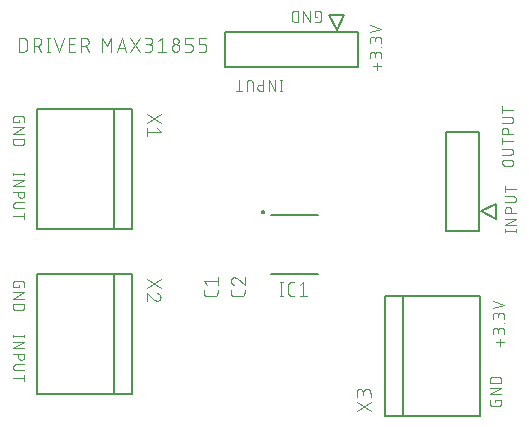
<source format=gto>
G04 EAGLE Gerber RS-274X export*
G75*
%MOMM*%
%FSLAX34Y34*%
%LPD*%
%INSilkscreen Top*%
%IPPOS*%
%AMOC8*
5,1,8,0,0,1.08239X$1,22.5*%
G01*
%ADD10C,0.076200*%
%ADD11C,0.101600*%
%ADD12C,0.127000*%
%ADD13C,0.200000*%
%ADD14C,0.152400*%
%ADD15C,0.203200*%


D10*
X-4558Y496344D02*
X-4558Y494778D01*
X-9779Y494778D01*
X-9779Y497911D01*
X-9777Y498000D01*
X-9771Y498088D01*
X-9762Y498176D01*
X-9749Y498264D01*
X-9732Y498351D01*
X-9712Y498437D01*
X-9687Y498522D01*
X-9660Y498607D01*
X-9628Y498690D01*
X-9594Y498771D01*
X-9555Y498851D01*
X-9514Y498929D01*
X-9469Y499006D01*
X-9421Y499080D01*
X-9370Y499153D01*
X-9316Y499223D01*
X-9258Y499290D01*
X-9198Y499356D01*
X-9136Y499418D01*
X-9070Y499478D01*
X-9003Y499536D01*
X-8933Y499590D01*
X-8860Y499641D01*
X-8786Y499689D01*
X-8709Y499734D01*
X-8631Y499775D01*
X-8551Y499814D01*
X-8470Y499848D01*
X-8387Y499880D01*
X-8302Y499907D01*
X-8217Y499932D01*
X-8131Y499952D01*
X-8044Y499969D01*
X-7956Y499982D01*
X-7868Y499991D01*
X-7780Y499997D01*
X-7691Y499999D01*
X-2469Y499999D01*
X-2469Y500000D02*
X-2378Y499998D01*
X-2287Y499992D01*
X-2196Y499982D01*
X-2106Y499968D01*
X-2017Y499950D01*
X-1928Y499929D01*
X-1841Y499903D01*
X-1755Y499874D01*
X-1670Y499841D01*
X-1586Y499804D01*
X-1504Y499764D01*
X-1425Y499720D01*
X-1347Y499673D01*
X-1271Y499622D01*
X-1197Y499568D01*
X-1126Y499511D01*
X-1058Y499451D01*
X-992Y499388D01*
X-929Y499322D01*
X-869Y499254D01*
X-812Y499183D01*
X-758Y499109D01*
X-707Y499033D01*
X-660Y498956D01*
X-616Y498876D01*
X-576Y498794D01*
X-539Y498710D01*
X-506Y498626D01*
X-477Y498539D01*
X-451Y498452D01*
X-430Y498363D01*
X-412Y498274D01*
X-398Y498184D01*
X-388Y498093D01*
X-382Y498002D01*
X-380Y497911D01*
X-381Y497911D02*
X-381Y494778D01*
X-381Y490245D02*
X-9779Y490245D01*
X-9779Y485024D02*
X-381Y490245D01*
X-381Y485024D02*
X-9779Y485024D01*
X-9779Y480492D02*
X-381Y480492D01*
X-381Y477881D01*
X-383Y477781D01*
X-389Y477681D01*
X-398Y477582D01*
X-412Y477482D01*
X-429Y477384D01*
X-450Y477286D01*
X-474Y477189D01*
X-503Y477093D01*
X-535Y476998D01*
X-570Y476905D01*
X-609Y476813D01*
X-652Y476722D01*
X-698Y476634D01*
X-748Y476547D01*
X-800Y476462D01*
X-856Y476379D01*
X-915Y476298D01*
X-978Y476220D01*
X-1043Y476144D01*
X-1111Y476070D01*
X-1181Y476000D01*
X-1255Y475932D01*
X-1331Y475867D01*
X-1409Y475804D01*
X-1490Y475745D01*
X-1573Y475689D01*
X-1658Y475637D01*
X-1745Y475587D01*
X-1833Y475541D01*
X-1924Y475498D01*
X-2016Y475459D01*
X-2109Y475424D01*
X-2204Y475392D01*
X-2300Y475363D01*
X-2397Y475339D01*
X-2495Y475318D01*
X-2593Y475301D01*
X-2693Y475287D01*
X-2792Y475278D01*
X-2892Y475272D01*
X-2992Y475270D01*
X-2992Y475271D02*
X-7168Y475271D01*
X-7168Y475270D02*
X-7268Y475272D01*
X-7368Y475278D01*
X-7467Y475287D01*
X-7567Y475301D01*
X-7665Y475318D01*
X-7763Y475339D01*
X-7860Y475363D01*
X-7956Y475392D01*
X-8051Y475424D01*
X-8144Y475459D01*
X-8236Y475498D01*
X-8327Y475541D01*
X-8415Y475587D01*
X-8502Y475637D01*
X-8587Y475689D01*
X-8670Y475745D01*
X-8751Y475804D01*
X-8829Y475867D01*
X-8905Y475932D01*
X-8979Y476000D01*
X-9049Y476070D01*
X-9117Y476144D01*
X-9182Y476220D01*
X-9245Y476298D01*
X-9304Y476379D01*
X-9360Y476462D01*
X-9412Y476547D01*
X-9462Y476634D01*
X-9508Y476722D01*
X-9551Y476813D01*
X-9590Y476905D01*
X-9625Y476998D01*
X-9657Y477093D01*
X-9686Y477189D01*
X-9710Y477286D01*
X-9731Y477384D01*
X-9748Y477482D01*
X-9762Y477582D01*
X-9771Y477681D01*
X-9777Y477781D01*
X-9779Y477881D01*
X-9779Y480492D01*
X-4558Y634478D02*
X-4558Y636044D01*
X-4558Y634478D02*
X-9779Y634478D01*
X-9779Y637611D01*
X-9777Y637700D01*
X-9771Y637788D01*
X-9762Y637876D01*
X-9749Y637964D01*
X-9732Y638051D01*
X-9712Y638137D01*
X-9687Y638222D01*
X-9660Y638307D01*
X-9628Y638390D01*
X-9594Y638471D01*
X-9555Y638551D01*
X-9514Y638629D01*
X-9469Y638706D01*
X-9421Y638780D01*
X-9370Y638853D01*
X-9316Y638923D01*
X-9258Y638990D01*
X-9198Y639056D01*
X-9136Y639118D01*
X-9070Y639178D01*
X-9003Y639236D01*
X-8933Y639290D01*
X-8860Y639341D01*
X-8786Y639389D01*
X-8709Y639434D01*
X-8631Y639475D01*
X-8551Y639514D01*
X-8470Y639548D01*
X-8387Y639580D01*
X-8302Y639607D01*
X-8217Y639632D01*
X-8131Y639652D01*
X-8044Y639669D01*
X-7956Y639682D01*
X-7868Y639691D01*
X-7780Y639697D01*
X-7691Y639699D01*
X-2469Y639699D01*
X-2469Y639700D02*
X-2378Y639698D01*
X-2287Y639692D01*
X-2196Y639682D01*
X-2106Y639668D01*
X-2017Y639650D01*
X-1928Y639629D01*
X-1841Y639603D01*
X-1755Y639574D01*
X-1670Y639541D01*
X-1586Y639504D01*
X-1504Y639464D01*
X-1425Y639420D01*
X-1347Y639373D01*
X-1271Y639322D01*
X-1197Y639268D01*
X-1126Y639211D01*
X-1058Y639151D01*
X-992Y639088D01*
X-929Y639022D01*
X-869Y638954D01*
X-812Y638883D01*
X-758Y638809D01*
X-707Y638733D01*
X-660Y638656D01*
X-616Y638576D01*
X-576Y638494D01*
X-539Y638410D01*
X-506Y638326D01*
X-477Y638239D01*
X-451Y638152D01*
X-430Y638063D01*
X-412Y637974D01*
X-398Y637884D01*
X-388Y637793D01*
X-382Y637702D01*
X-380Y637611D01*
X-381Y637611D02*
X-381Y634478D01*
X-381Y629945D02*
X-9779Y629945D01*
X-9779Y624724D02*
X-381Y629945D01*
X-381Y624724D02*
X-9779Y624724D01*
X-9779Y620192D02*
X-381Y620192D01*
X-381Y617581D01*
X-383Y617481D01*
X-389Y617381D01*
X-398Y617282D01*
X-412Y617182D01*
X-429Y617084D01*
X-450Y616986D01*
X-474Y616889D01*
X-503Y616793D01*
X-535Y616698D01*
X-570Y616605D01*
X-609Y616513D01*
X-652Y616422D01*
X-698Y616334D01*
X-748Y616247D01*
X-800Y616162D01*
X-856Y616079D01*
X-915Y615998D01*
X-978Y615920D01*
X-1043Y615844D01*
X-1111Y615770D01*
X-1181Y615700D01*
X-1255Y615632D01*
X-1331Y615567D01*
X-1409Y615504D01*
X-1490Y615445D01*
X-1573Y615389D01*
X-1658Y615337D01*
X-1745Y615287D01*
X-1833Y615241D01*
X-1924Y615198D01*
X-2016Y615159D01*
X-2109Y615124D01*
X-2204Y615092D01*
X-2300Y615063D01*
X-2397Y615039D01*
X-2495Y615018D01*
X-2593Y615001D01*
X-2693Y614987D01*
X-2792Y614978D01*
X-2892Y614972D01*
X-2992Y614970D01*
X-2992Y614971D02*
X-7168Y614971D01*
X-7168Y614970D02*
X-7268Y614972D01*
X-7368Y614978D01*
X-7467Y614987D01*
X-7567Y615001D01*
X-7665Y615018D01*
X-7763Y615039D01*
X-7860Y615063D01*
X-7956Y615092D01*
X-8051Y615124D01*
X-8144Y615159D01*
X-8236Y615198D01*
X-8327Y615241D01*
X-8415Y615287D01*
X-8502Y615337D01*
X-8587Y615389D01*
X-8670Y615445D01*
X-8751Y615504D01*
X-8829Y615567D01*
X-8905Y615632D01*
X-8979Y615700D01*
X-9049Y615770D01*
X-9117Y615844D01*
X-9182Y615920D01*
X-9245Y615998D01*
X-9304Y616079D01*
X-9360Y616162D01*
X-9412Y616247D01*
X-9462Y616334D01*
X-9508Y616422D01*
X-9551Y616513D01*
X-9590Y616605D01*
X-9625Y616698D01*
X-9657Y616793D01*
X-9686Y616889D01*
X-9710Y616986D01*
X-9731Y617084D01*
X-9748Y617182D01*
X-9762Y617282D01*
X-9771Y617381D01*
X-9777Y617481D01*
X-9779Y617581D01*
X-9779Y620192D01*
X398258Y399302D02*
X398258Y397736D01*
X398258Y399302D02*
X403479Y399302D01*
X403479Y396169D01*
X403477Y396080D01*
X403471Y395992D01*
X403462Y395904D01*
X403449Y395816D01*
X403432Y395729D01*
X403412Y395643D01*
X403387Y395558D01*
X403360Y395473D01*
X403328Y395390D01*
X403294Y395309D01*
X403255Y395229D01*
X403214Y395151D01*
X403169Y395074D01*
X403121Y395000D01*
X403070Y394927D01*
X403016Y394857D01*
X402958Y394790D01*
X402898Y394724D01*
X402836Y394662D01*
X402770Y394602D01*
X402703Y394544D01*
X402633Y394490D01*
X402560Y394439D01*
X402486Y394391D01*
X402409Y394346D01*
X402331Y394305D01*
X402251Y394266D01*
X402170Y394232D01*
X402087Y394200D01*
X402002Y394173D01*
X401917Y394148D01*
X401831Y394128D01*
X401744Y394111D01*
X401656Y394098D01*
X401568Y394089D01*
X401480Y394083D01*
X401391Y394081D01*
X396169Y394081D01*
X396078Y394083D01*
X395987Y394089D01*
X395896Y394099D01*
X395806Y394113D01*
X395717Y394131D01*
X395628Y394152D01*
X395541Y394178D01*
X395455Y394207D01*
X395370Y394240D01*
X395286Y394277D01*
X395204Y394317D01*
X395125Y394361D01*
X395047Y394408D01*
X394971Y394459D01*
X394897Y394513D01*
X394826Y394570D01*
X394758Y394630D01*
X394692Y394693D01*
X394629Y394759D01*
X394569Y394827D01*
X394512Y394898D01*
X394458Y394972D01*
X394407Y395048D01*
X394360Y395125D01*
X394316Y395205D01*
X394276Y395287D01*
X394239Y395371D01*
X394206Y395455D01*
X394177Y395542D01*
X394151Y395629D01*
X394130Y395718D01*
X394112Y395807D01*
X394098Y395897D01*
X394088Y395988D01*
X394082Y396079D01*
X394080Y396170D01*
X394081Y396169D02*
X394081Y399302D01*
X394081Y403835D02*
X403479Y403835D01*
X403479Y409056D02*
X394081Y403835D01*
X394081Y409056D02*
X403479Y409056D01*
X403479Y413588D02*
X394081Y413588D01*
X394081Y416199D01*
X394083Y416299D01*
X394089Y416399D01*
X394098Y416498D01*
X394112Y416598D01*
X394129Y416696D01*
X394150Y416794D01*
X394174Y416891D01*
X394203Y416987D01*
X394235Y417082D01*
X394270Y417175D01*
X394309Y417267D01*
X394352Y417358D01*
X394398Y417446D01*
X394448Y417533D01*
X394500Y417618D01*
X394556Y417701D01*
X394615Y417782D01*
X394678Y417860D01*
X394743Y417936D01*
X394811Y418010D01*
X394881Y418080D01*
X394955Y418148D01*
X395031Y418213D01*
X395109Y418276D01*
X395190Y418335D01*
X395273Y418391D01*
X395358Y418443D01*
X395445Y418493D01*
X395533Y418539D01*
X395624Y418582D01*
X395716Y418621D01*
X395809Y418656D01*
X395904Y418688D01*
X396000Y418717D01*
X396097Y418741D01*
X396195Y418762D01*
X396293Y418779D01*
X396393Y418793D01*
X396492Y418802D01*
X396592Y418808D01*
X396692Y418810D01*
X396692Y418809D02*
X400868Y418809D01*
X400868Y418810D02*
X400968Y418808D01*
X401068Y418802D01*
X401167Y418793D01*
X401267Y418779D01*
X401365Y418762D01*
X401463Y418741D01*
X401560Y418717D01*
X401656Y418688D01*
X401751Y418656D01*
X401844Y418621D01*
X401936Y418582D01*
X402027Y418539D01*
X402115Y418493D01*
X402202Y418443D01*
X402287Y418391D01*
X402370Y418335D01*
X402451Y418276D01*
X402529Y418213D01*
X402605Y418148D01*
X402679Y418080D01*
X402749Y418010D01*
X402817Y417936D01*
X402882Y417860D01*
X402945Y417782D01*
X403004Y417701D01*
X403060Y417618D01*
X403112Y417533D01*
X403162Y417446D01*
X403208Y417358D01*
X403251Y417267D01*
X403290Y417175D01*
X403325Y417082D01*
X403357Y416987D01*
X403386Y416891D01*
X403410Y416794D01*
X403431Y416696D01*
X403448Y416598D01*
X403462Y416498D01*
X403471Y416399D01*
X403477Y416299D01*
X403479Y416199D01*
X403479Y413588D01*
X247424Y723378D02*
X245858Y723378D01*
X245858Y728599D01*
X248991Y728599D01*
X249080Y728597D01*
X249168Y728591D01*
X249256Y728582D01*
X249344Y728569D01*
X249431Y728552D01*
X249517Y728532D01*
X249602Y728507D01*
X249687Y728480D01*
X249770Y728448D01*
X249851Y728414D01*
X249931Y728375D01*
X250009Y728334D01*
X250086Y728289D01*
X250160Y728241D01*
X250233Y728190D01*
X250303Y728136D01*
X250370Y728078D01*
X250436Y728018D01*
X250498Y727956D01*
X250558Y727890D01*
X250616Y727823D01*
X250670Y727753D01*
X250721Y727680D01*
X250769Y727606D01*
X250814Y727529D01*
X250855Y727451D01*
X250894Y727371D01*
X250928Y727290D01*
X250960Y727207D01*
X250987Y727122D01*
X251012Y727037D01*
X251032Y726951D01*
X251049Y726864D01*
X251062Y726776D01*
X251071Y726688D01*
X251077Y726600D01*
X251079Y726511D01*
X251079Y721289D01*
X251080Y721289D02*
X251078Y721198D01*
X251072Y721107D01*
X251062Y721016D01*
X251048Y720926D01*
X251030Y720837D01*
X251009Y720748D01*
X250983Y720661D01*
X250954Y720575D01*
X250921Y720490D01*
X250884Y720406D01*
X250844Y720324D01*
X250800Y720245D01*
X250753Y720167D01*
X250702Y720091D01*
X250648Y720017D01*
X250591Y719946D01*
X250531Y719878D01*
X250468Y719812D01*
X250402Y719749D01*
X250334Y719689D01*
X250263Y719632D01*
X250189Y719578D01*
X250113Y719527D01*
X250036Y719480D01*
X249956Y719436D01*
X249874Y719396D01*
X249790Y719359D01*
X249706Y719326D01*
X249619Y719297D01*
X249532Y719271D01*
X249443Y719250D01*
X249354Y719232D01*
X249264Y719218D01*
X249173Y719208D01*
X249082Y719202D01*
X248991Y719200D01*
X248991Y719201D02*
X245858Y719201D01*
X241325Y719201D02*
X241325Y728599D01*
X236104Y728599D02*
X241325Y719201D01*
X236104Y719201D02*
X236104Y728599D01*
X231572Y728599D02*
X231572Y719201D01*
X228961Y719201D01*
X228861Y719203D01*
X228761Y719209D01*
X228662Y719218D01*
X228562Y719232D01*
X228464Y719249D01*
X228366Y719270D01*
X228269Y719294D01*
X228173Y719323D01*
X228078Y719355D01*
X227985Y719390D01*
X227893Y719429D01*
X227802Y719472D01*
X227714Y719518D01*
X227627Y719568D01*
X227542Y719620D01*
X227459Y719676D01*
X227378Y719735D01*
X227300Y719798D01*
X227224Y719863D01*
X227150Y719931D01*
X227080Y720001D01*
X227012Y720075D01*
X226947Y720151D01*
X226884Y720229D01*
X226825Y720310D01*
X226769Y720393D01*
X226717Y720478D01*
X226667Y720565D01*
X226621Y720653D01*
X226578Y720744D01*
X226539Y720836D01*
X226504Y720929D01*
X226472Y721024D01*
X226443Y721120D01*
X226419Y721217D01*
X226398Y721315D01*
X226381Y721413D01*
X226367Y721513D01*
X226358Y721612D01*
X226352Y721712D01*
X226350Y721812D01*
X226351Y721812D02*
X226351Y725988D01*
X226350Y725988D02*
X226352Y726088D01*
X226358Y726188D01*
X226367Y726287D01*
X226381Y726387D01*
X226398Y726485D01*
X226419Y726583D01*
X226443Y726680D01*
X226472Y726776D01*
X226504Y726871D01*
X226539Y726964D01*
X226578Y727056D01*
X226621Y727147D01*
X226667Y727235D01*
X226717Y727322D01*
X226769Y727407D01*
X226825Y727490D01*
X226884Y727571D01*
X226947Y727649D01*
X227012Y727725D01*
X227080Y727799D01*
X227150Y727869D01*
X227224Y727937D01*
X227300Y728002D01*
X227378Y728065D01*
X227459Y728124D01*
X227542Y728180D01*
X227627Y728232D01*
X227714Y728282D01*
X227802Y728328D01*
X227893Y728371D01*
X227985Y728410D01*
X228078Y728445D01*
X228173Y728477D01*
X228269Y728506D01*
X228366Y728530D01*
X228464Y728551D01*
X228562Y728568D01*
X228662Y728582D01*
X228761Y728591D01*
X228861Y728597D01*
X228961Y728599D01*
X231572Y728599D01*
X-381Y453235D02*
X-9779Y453235D01*
X-9779Y454279D02*
X-9779Y452191D01*
X-381Y452191D02*
X-381Y454279D01*
X-381Y448225D02*
X-9779Y448225D01*
X-9779Y443004D02*
X-381Y448225D01*
X-381Y443004D02*
X-9779Y443004D01*
X-9779Y438341D02*
X-381Y438341D01*
X-381Y435730D01*
X-383Y435629D01*
X-389Y435528D01*
X-399Y435427D01*
X-412Y435327D01*
X-430Y435227D01*
X-451Y435128D01*
X-477Y435030D01*
X-506Y434933D01*
X-538Y434837D01*
X-575Y434743D01*
X-615Y434650D01*
X-659Y434558D01*
X-706Y434469D01*
X-757Y434381D01*
X-811Y434295D01*
X-868Y434212D01*
X-928Y434130D01*
X-992Y434052D01*
X-1058Y433975D01*
X-1128Y433902D01*
X-1200Y433831D01*
X-1275Y433763D01*
X-1353Y433698D01*
X-1433Y433636D01*
X-1515Y433577D01*
X-1600Y433521D01*
X-1687Y433469D01*
X-1775Y433420D01*
X-1866Y433374D01*
X-1958Y433333D01*
X-2052Y433294D01*
X-2147Y433260D01*
X-2243Y433229D01*
X-2341Y433202D01*
X-2439Y433178D01*
X-2539Y433159D01*
X-2639Y433143D01*
X-2739Y433131D01*
X-2840Y433123D01*
X-2941Y433119D01*
X-3043Y433119D01*
X-3144Y433123D01*
X-3245Y433131D01*
X-3345Y433143D01*
X-3445Y433159D01*
X-3545Y433178D01*
X-3643Y433202D01*
X-3741Y433229D01*
X-3837Y433260D01*
X-3932Y433294D01*
X-4026Y433333D01*
X-4118Y433374D01*
X-4209Y433420D01*
X-4298Y433469D01*
X-4384Y433521D01*
X-4469Y433577D01*
X-4551Y433636D01*
X-4631Y433698D01*
X-4709Y433763D01*
X-4784Y433831D01*
X-4856Y433902D01*
X-4926Y433975D01*
X-4992Y434052D01*
X-5056Y434130D01*
X-5116Y434212D01*
X-5173Y434295D01*
X-5227Y434381D01*
X-5278Y434469D01*
X-5325Y434558D01*
X-5369Y434650D01*
X-5409Y434743D01*
X-5446Y434837D01*
X-5478Y434933D01*
X-5507Y435030D01*
X-5533Y435128D01*
X-5554Y435227D01*
X-5572Y435327D01*
X-5585Y435427D01*
X-5595Y435528D01*
X-5601Y435629D01*
X-5603Y435730D01*
X-5602Y435730D02*
X-5602Y438341D01*
X-7168Y429328D02*
X-381Y429328D01*
X-7168Y429328D02*
X-7269Y429326D01*
X-7370Y429320D01*
X-7471Y429310D01*
X-7571Y429297D01*
X-7671Y429279D01*
X-7770Y429258D01*
X-7868Y429232D01*
X-7965Y429203D01*
X-8061Y429171D01*
X-8155Y429134D01*
X-8248Y429094D01*
X-8340Y429050D01*
X-8429Y429003D01*
X-8517Y428952D01*
X-8603Y428898D01*
X-8686Y428841D01*
X-8768Y428781D01*
X-8846Y428717D01*
X-8923Y428651D01*
X-8996Y428581D01*
X-9067Y428509D01*
X-9135Y428434D01*
X-9200Y428356D01*
X-9262Y428276D01*
X-9321Y428194D01*
X-9377Y428109D01*
X-9429Y428023D01*
X-9478Y427934D01*
X-9524Y427843D01*
X-9565Y427751D01*
X-9604Y427657D01*
X-9638Y427562D01*
X-9669Y427466D01*
X-9696Y427368D01*
X-9720Y427270D01*
X-9739Y427170D01*
X-9755Y427070D01*
X-9767Y426970D01*
X-9775Y426869D01*
X-9779Y426768D01*
X-9779Y426666D01*
X-9775Y426565D01*
X-9767Y426464D01*
X-9755Y426364D01*
X-9739Y426264D01*
X-9720Y426164D01*
X-9696Y426066D01*
X-9669Y425968D01*
X-9638Y425872D01*
X-9604Y425777D01*
X-9565Y425683D01*
X-9524Y425591D01*
X-9478Y425500D01*
X-9429Y425412D01*
X-9377Y425325D01*
X-9321Y425240D01*
X-9262Y425158D01*
X-9200Y425078D01*
X-9135Y425000D01*
X-9067Y424925D01*
X-8996Y424853D01*
X-8923Y424783D01*
X-8846Y424717D01*
X-8768Y424653D01*
X-8686Y424593D01*
X-8603Y424536D01*
X-8517Y424482D01*
X-8429Y424431D01*
X-8340Y424384D01*
X-8248Y424340D01*
X-8155Y424300D01*
X-8061Y424263D01*
X-7965Y424231D01*
X-7868Y424202D01*
X-7770Y424176D01*
X-7671Y424155D01*
X-7571Y424137D01*
X-7471Y424124D01*
X-7370Y424114D01*
X-7269Y424108D01*
X-7168Y424106D01*
X-7168Y424107D02*
X-381Y424107D01*
X-381Y417878D02*
X-9779Y417878D01*
X-381Y420489D02*
X-381Y415268D01*
X-381Y590395D02*
X-9779Y590395D01*
X-9779Y591439D02*
X-9779Y589351D01*
X-381Y589351D02*
X-381Y591439D01*
X-381Y585385D02*
X-9779Y585385D01*
X-9779Y580164D02*
X-381Y585385D01*
X-381Y580164D02*
X-9779Y580164D01*
X-9779Y575501D02*
X-381Y575501D01*
X-381Y572890D01*
X-383Y572789D01*
X-389Y572688D01*
X-399Y572587D01*
X-412Y572487D01*
X-430Y572387D01*
X-451Y572288D01*
X-477Y572190D01*
X-506Y572093D01*
X-538Y571997D01*
X-575Y571903D01*
X-615Y571810D01*
X-659Y571718D01*
X-706Y571629D01*
X-757Y571541D01*
X-811Y571455D01*
X-868Y571372D01*
X-928Y571290D01*
X-992Y571212D01*
X-1058Y571135D01*
X-1128Y571062D01*
X-1200Y570991D01*
X-1275Y570923D01*
X-1353Y570858D01*
X-1433Y570796D01*
X-1515Y570737D01*
X-1600Y570681D01*
X-1687Y570629D01*
X-1775Y570580D01*
X-1866Y570534D01*
X-1958Y570493D01*
X-2052Y570454D01*
X-2147Y570420D01*
X-2243Y570389D01*
X-2341Y570362D01*
X-2439Y570338D01*
X-2539Y570319D01*
X-2639Y570303D01*
X-2739Y570291D01*
X-2840Y570283D01*
X-2941Y570279D01*
X-3043Y570279D01*
X-3144Y570283D01*
X-3245Y570291D01*
X-3345Y570303D01*
X-3445Y570319D01*
X-3545Y570338D01*
X-3643Y570362D01*
X-3741Y570389D01*
X-3837Y570420D01*
X-3932Y570454D01*
X-4026Y570493D01*
X-4118Y570534D01*
X-4209Y570580D01*
X-4298Y570629D01*
X-4384Y570681D01*
X-4469Y570737D01*
X-4551Y570796D01*
X-4631Y570858D01*
X-4709Y570923D01*
X-4784Y570991D01*
X-4856Y571062D01*
X-4926Y571135D01*
X-4992Y571212D01*
X-5056Y571290D01*
X-5116Y571372D01*
X-5173Y571455D01*
X-5227Y571541D01*
X-5278Y571629D01*
X-5325Y571718D01*
X-5369Y571810D01*
X-5409Y571903D01*
X-5446Y571997D01*
X-5478Y572093D01*
X-5507Y572190D01*
X-5533Y572288D01*
X-5554Y572387D01*
X-5572Y572487D01*
X-5585Y572587D01*
X-5595Y572688D01*
X-5601Y572789D01*
X-5603Y572890D01*
X-5602Y572890D02*
X-5602Y575501D01*
X-7168Y566488D02*
X-381Y566488D01*
X-7168Y566488D02*
X-7269Y566486D01*
X-7370Y566480D01*
X-7471Y566470D01*
X-7571Y566457D01*
X-7671Y566439D01*
X-7770Y566418D01*
X-7868Y566392D01*
X-7965Y566363D01*
X-8061Y566331D01*
X-8155Y566294D01*
X-8248Y566254D01*
X-8340Y566210D01*
X-8429Y566163D01*
X-8517Y566112D01*
X-8603Y566058D01*
X-8686Y566001D01*
X-8768Y565941D01*
X-8846Y565877D01*
X-8923Y565811D01*
X-8996Y565741D01*
X-9067Y565669D01*
X-9135Y565594D01*
X-9200Y565516D01*
X-9262Y565436D01*
X-9321Y565354D01*
X-9377Y565269D01*
X-9429Y565183D01*
X-9478Y565094D01*
X-9524Y565003D01*
X-9565Y564911D01*
X-9604Y564817D01*
X-9638Y564722D01*
X-9669Y564626D01*
X-9696Y564528D01*
X-9720Y564430D01*
X-9739Y564330D01*
X-9755Y564230D01*
X-9767Y564130D01*
X-9775Y564029D01*
X-9779Y563928D01*
X-9779Y563826D01*
X-9775Y563725D01*
X-9767Y563624D01*
X-9755Y563524D01*
X-9739Y563424D01*
X-9720Y563324D01*
X-9696Y563226D01*
X-9669Y563128D01*
X-9638Y563032D01*
X-9604Y562937D01*
X-9565Y562843D01*
X-9524Y562751D01*
X-9478Y562660D01*
X-9429Y562572D01*
X-9377Y562485D01*
X-9321Y562400D01*
X-9262Y562318D01*
X-9200Y562238D01*
X-9135Y562160D01*
X-9067Y562085D01*
X-8996Y562013D01*
X-8923Y561943D01*
X-8846Y561877D01*
X-8768Y561813D01*
X-8686Y561753D01*
X-8603Y561696D01*
X-8517Y561642D01*
X-8429Y561591D01*
X-8340Y561544D01*
X-8248Y561500D01*
X-8155Y561460D01*
X-8061Y561423D01*
X-7965Y561391D01*
X-7868Y561362D01*
X-7770Y561336D01*
X-7671Y561315D01*
X-7571Y561297D01*
X-7471Y561284D01*
X-7370Y561274D01*
X-7269Y561268D01*
X-7168Y561266D01*
X-7168Y561267D02*
X-381Y561267D01*
X-381Y555038D02*
X-9779Y555038D01*
X-381Y557649D02*
X-381Y552428D01*
X217015Y660781D02*
X217015Y670179D01*
X218059Y670179D02*
X215971Y670179D01*
X215971Y660781D02*
X218059Y660781D01*
X212005Y660781D02*
X212005Y670179D01*
X206784Y670179D02*
X212005Y660781D01*
X206784Y660781D02*
X206784Y670179D01*
X202121Y670179D02*
X202121Y660781D01*
X199510Y660781D01*
X199409Y660783D01*
X199308Y660789D01*
X199207Y660799D01*
X199107Y660812D01*
X199007Y660830D01*
X198908Y660851D01*
X198810Y660877D01*
X198713Y660906D01*
X198617Y660938D01*
X198523Y660975D01*
X198430Y661015D01*
X198338Y661059D01*
X198249Y661106D01*
X198161Y661157D01*
X198075Y661211D01*
X197992Y661268D01*
X197910Y661328D01*
X197832Y661392D01*
X197755Y661458D01*
X197682Y661528D01*
X197611Y661600D01*
X197543Y661675D01*
X197478Y661753D01*
X197416Y661833D01*
X197357Y661915D01*
X197301Y662000D01*
X197249Y662087D01*
X197200Y662175D01*
X197154Y662266D01*
X197113Y662358D01*
X197074Y662452D01*
X197040Y662547D01*
X197009Y662643D01*
X196982Y662741D01*
X196958Y662839D01*
X196939Y662939D01*
X196923Y663039D01*
X196911Y663139D01*
X196903Y663240D01*
X196899Y663341D01*
X196899Y663443D01*
X196903Y663544D01*
X196911Y663645D01*
X196923Y663745D01*
X196939Y663845D01*
X196958Y663945D01*
X196982Y664043D01*
X197009Y664141D01*
X197040Y664237D01*
X197074Y664332D01*
X197113Y664426D01*
X197154Y664518D01*
X197200Y664609D01*
X197249Y664698D01*
X197301Y664784D01*
X197357Y664869D01*
X197416Y664951D01*
X197478Y665031D01*
X197543Y665109D01*
X197611Y665184D01*
X197682Y665256D01*
X197755Y665326D01*
X197832Y665392D01*
X197910Y665456D01*
X197992Y665516D01*
X198075Y665573D01*
X198161Y665627D01*
X198249Y665678D01*
X198338Y665725D01*
X198430Y665769D01*
X198523Y665809D01*
X198617Y665846D01*
X198713Y665878D01*
X198810Y665907D01*
X198908Y665933D01*
X199007Y665954D01*
X199107Y665972D01*
X199207Y665985D01*
X199308Y665995D01*
X199409Y666001D01*
X199510Y666003D01*
X199510Y666002D02*
X202121Y666002D01*
X193108Y667568D02*
X193108Y660781D01*
X193108Y667568D02*
X193106Y667669D01*
X193100Y667770D01*
X193090Y667871D01*
X193077Y667971D01*
X193059Y668071D01*
X193038Y668170D01*
X193012Y668268D01*
X192983Y668365D01*
X192951Y668461D01*
X192914Y668555D01*
X192874Y668648D01*
X192830Y668740D01*
X192783Y668829D01*
X192732Y668917D01*
X192678Y669003D01*
X192621Y669086D01*
X192561Y669168D01*
X192497Y669246D01*
X192431Y669323D01*
X192361Y669396D01*
X192289Y669467D01*
X192214Y669535D01*
X192136Y669600D01*
X192056Y669662D01*
X191974Y669721D01*
X191889Y669777D01*
X191803Y669829D01*
X191714Y669878D01*
X191623Y669924D01*
X191531Y669965D01*
X191437Y670004D01*
X191342Y670038D01*
X191246Y670069D01*
X191148Y670096D01*
X191050Y670120D01*
X190950Y670139D01*
X190850Y670155D01*
X190750Y670167D01*
X190649Y670175D01*
X190548Y670179D01*
X190446Y670179D01*
X190345Y670175D01*
X190244Y670167D01*
X190144Y670155D01*
X190044Y670139D01*
X189944Y670120D01*
X189846Y670096D01*
X189748Y670069D01*
X189652Y670038D01*
X189557Y670004D01*
X189463Y669965D01*
X189371Y669924D01*
X189280Y669878D01*
X189192Y669829D01*
X189105Y669777D01*
X189020Y669721D01*
X188938Y669662D01*
X188858Y669600D01*
X188780Y669535D01*
X188705Y669467D01*
X188633Y669396D01*
X188563Y669323D01*
X188497Y669246D01*
X188433Y669168D01*
X188373Y669086D01*
X188316Y669003D01*
X188262Y668917D01*
X188211Y668829D01*
X188164Y668740D01*
X188120Y668648D01*
X188080Y668555D01*
X188043Y668461D01*
X188011Y668365D01*
X187982Y668268D01*
X187956Y668170D01*
X187935Y668071D01*
X187917Y667971D01*
X187904Y667871D01*
X187894Y667770D01*
X187888Y667669D01*
X187886Y667568D01*
X187887Y667568D02*
X187887Y660781D01*
X181658Y660781D02*
X181658Y670179D01*
X184269Y660781D02*
X179048Y660781D01*
X406852Y597281D02*
X411028Y597281D01*
X406852Y597281D02*
X406751Y597283D01*
X406650Y597289D01*
X406549Y597299D01*
X406449Y597312D01*
X406349Y597330D01*
X406250Y597351D01*
X406152Y597377D01*
X406055Y597406D01*
X405959Y597438D01*
X405865Y597475D01*
X405772Y597515D01*
X405680Y597559D01*
X405591Y597606D01*
X405503Y597657D01*
X405417Y597711D01*
X405334Y597768D01*
X405252Y597828D01*
X405174Y597892D01*
X405097Y597958D01*
X405024Y598028D01*
X404953Y598100D01*
X404885Y598175D01*
X404820Y598253D01*
X404758Y598333D01*
X404699Y598415D01*
X404643Y598500D01*
X404591Y598587D01*
X404542Y598675D01*
X404496Y598766D01*
X404455Y598858D01*
X404416Y598952D01*
X404382Y599047D01*
X404351Y599143D01*
X404324Y599241D01*
X404300Y599339D01*
X404281Y599439D01*
X404265Y599539D01*
X404253Y599639D01*
X404245Y599740D01*
X404241Y599841D01*
X404241Y599943D01*
X404245Y600044D01*
X404253Y600145D01*
X404265Y600245D01*
X404281Y600345D01*
X404300Y600445D01*
X404324Y600543D01*
X404351Y600641D01*
X404382Y600737D01*
X404416Y600832D01*
X404455Y600926D01*
X404496Y601018D01*
X404542Y601109D01*
X404591Y601198D01*
X404643Y601284D01*
X404699Y601369D01*
X404758Y601451D01*
X404820Y601531D01*
X404885Y601609D01*
X404953Y601684D01*
X405024Y601756D01*
X405097Y601826D01*
X405174Y601892D01*
X405252Y601956D01*
X405334Y602016D01*
X405417Y602073D01*
X405503Y602127D01*
X405591Y602178D01*
X405680Y602225D01*
X405772Y602269D01*
X405865Y602309D01*
X405959Y602346D01*
X406055Y602378D01*
X406152Y602407D01*
X406250Y602433D01*
X406349Y602454D01*
X406449Y602472D01*
X406549Y602485D01*
X406650Y602495D01*
X406751Y602501D01*
X406852Y602503D01*
X406852Y602502D02*
X411028Y602502D01*
X411028Y602503D02*
X411129Y602501D01*
X411230Y602495D01*
X411331Y602485D01*
X411431Y602472D01*
X411531Y602454D01*
X411630Y602433D01*
X411728Y602407D01*
X411825Y602378D01*
X411921Y602346D01*
X412015Y602309D01*
X412108Y602269D01*
X412200Y602225D01*
X412289Y602178D01*
X412377Y602127D01*
X412463Y602073D01*
X412546Y602016D01*
X412628Y601956D01*
X412706Y601892D01*
X412783Y601826D01*
X412856Y601756D01*
X412927Y601684D01*
X412995Y601609D01*
X413060Y601531D01*
X413122Y601451D01*
X413181Y601369D01*
X413237Y601284D01*
X413289Y601198D01*
X413338Y601109D01*
X413384Y601018D01*
X413425Y600926D01*
X413464Y600832D01*
X413498Y600737D01*
X413529Y600641D01*
X413556Y600543D01*
X413580Y600445D01*
X413599Y600345D01*
X413615Y600245D01*
X413627Y600145D01*
X413635Y600044D01*
X413639Y599943D01*
X413639Y599841D01*
X413635Y599740D01*
X413627Y599639D01*
X413615Y599539D01*
X413599Y599439D01*
X413580Y599339D01*
X413556Y599241D01*
X413529Y599143D01*
X413498Y599047D01*
X413464Y598952D01*
X413425Y598858D01*
X413384Y598766D01*
X413338Y598675D01*
X413289Y598587D01*
X413237Y598500D01*
X413181Y598415D01*
X413122Y598333D01*
X413060Y598253D01*
X412995Y598175D01*
X412927Y598100D01*
X412856Y598028D01*
X412783Y597958D01*
X412706Y597892D01*
X412628Y597828D01*
X412546Y597768D01*
X412463Y597711D01*
X412377Y597657D01*
X412289Y597606D01*
X412200Y597559D01*
X412108Y597515D01*
X412015Y597475D01*
X411921Y597438D01*
X411825Y597406D01*
X411728Y597377D01*
X411630Y597351D01*
X411531Y597330D01*
X411431Y597312D01*
X411331Y597299D01*
X411230Y597289D01*
X411129Y597283D01*
X411028Y597281D01*
X411028Y606730D02*
X404241Y606730D01*
X411028Y606729D02*
X411129Y606731D01*
X411230Y606737D01*
X411331Y606747D01*
X411431Y606760D01*
X411531Y606778D01*
X411630Y606799D01*
X411728Y606825D01*
X411825Y606854D01*
X411921Y606886D01*
X412015Y606923D01*
X412108Y606963D01*
X412200Y607007D01*
X412289Y607054D01*
X412377Y607105D01*
X412463Y607159D01*
X412546Y607216D01*
X412628Y607276D01*
X412706Y607340D01*
X412783Y607406D01*
X412856Y607476D01*
X412927Y607548D01*
X412995Y607623D01*
X413060Y607701D01*
X413122Y607781D01*
X413181Y607863D01*
X413237Y607948D01*
X413289Y608035D01*
X413338Y608123D01*
X413384Y608214D01*
X413425Y608306D01*
X413464Y608400D01*
X413498Y608495D01*
X413529Y608591D01*
X413556Y608689D01*
X413580Y608787D01*
X413599Y608887D01*
X413615Y608987D01*
X413627Y609087D01*
X413635Y609188D01*
X413639Y609289D01*
X413639Y609391D01*
X413635Y609492D01*
X413627Y609593D01*
X413615Y609693D01*
X413599Y609793D01*
X413580Y609893D01*
X413556Y609991D01*
X413529Y610089D01*
X413498Y610185D01*
X413464Y610280D01*
X413425Y610374D01*
X413384Y610466D01*
X413338Y610557D01*
X413289Y610646D01*
X413237Y610732D01*
X413181Y610817D01*
X413122Y610899D01*
X413060Y610979D01*
X412995Y611057D01*
X412927Y611132D01*
X412856Y611204D01*
X412783Y611274D01*
X412706Y611340D01*
X412628Y611404D01*
X412546Y611464D01*
X412463Y611521D01*
X412377Y611575D01*
X412289Y611626D01*
X412200Y611673D01*
X412108Y611717D01*
X412015Y611757D01*
X411921Y611794D01*
X411825Y611826D01*
X411728Y611855D01*
X411630Y611881D01*
X411531Y611902D01*
X411431Y611920D01*
X411331Y611933D01*
X411230Y611943D01*
X411129Y611949D01*
X411028Y611951D01*
X404241Y611951D01*
X404241Y618180D02*
X413639Y618180D01*
X404241Y615569D02*
X404241Y620790D01*
X404241Y624539D02*
X413639Y624539D01*
X404241Y624539D02*
X404241Y627150D01*
X404243Y627251D01*
X404249Y627352D01*
X404259Y627453D01*
X404272Y627553D01*
X404290Y627653D01*
X404311Y627752D01*
X404337Y627850D01*
X404366Y627947D01*
X404398Y628043D01*
X404435Y628137D01*
X404475Y628230D01*
X404519Y628322D01*
X404566Y628411D01*
X404617Y628499D01*
X404671Y628585D01*
X404728Y628668D01*
X404788Y628750D01*
X404852Y628828D01*
X404918Y628905D01*
X404988Y628978D01*
X405060Y629049D01*
X405135Y629117D01*
X405213Y629182D01*
X405293Y629244D01*
X405375Y629303D01*
X405460Y629359D01*
X405547Y629411D01*
X405635Y629460D01*
X405726Y629506D01*
X405818Y629547D01*
X405912Y629586D01*
X406007Y629620D01*
X406103Y629651D01*
X406201Y629678D01*
X406299Y629702D01*
X406399Y629721D01*
X406499Y629737D01*
X406599Y629749D01*
X406700Y629757D01*
X406801Y629761D01*
X406903Y629761D01*
X407004Y629757D01*
X407105Y629749D01*
X407205Y629737D01*
X407305Y629721D01*
X407405Y629702D01*
X407503Y629678D01*
X407601Y629651D01*
X407697Y629620D01*
X407792Y629586D01*
X407886Y629547D01*
X407978Y629506D01*
X408069Y629460D01*
X408158Y629411D01*
X408244Y629359D01*
X408329Y629303D01*
X408411Y629244D01*
X408491Y629182D01*
X408569Y629117D01*
X408644Y629049D01*
X408716Y628978D01*
X408786Y628905D01*
X408852Y628828D01*
X408916Y628750D01*
X408976Y628668D01*
X409033Y628585D01*
X409087Y628499D01*
X409138Y628411D01*
X409185Y628322D01*
X409229Y628230D01*
X409269Y628137D01*
X409306Y628043D01*
X409338Y627947D01*
X409367Y627850D01*
X409393Y627752D01*
X409414Y627653D01*
X409432Y627553D01*
X409445Y627453D01*
X409455Y627352D01*
X409461Y627251D01*
X409463Y627150D01*
X409462Y627150D02*
X409462Y624539D01*
X411028Y633552D02*
X404241Y633552D01*
X411028Y633552D02*
X411129Y633554D01*
X411230Y633560D01*
X411331Y633570D01*
X411431Y633583D01*
X411531Y633601D01*
X411630Y633622D01*
X411728Y633648D01*
X411825Y633677D01*
X411921Y633709D01*
X412015Y633746D01*
X412108Y633786D01*
X412200Y633830D01*
X412289Y633877D01*
X412377Y633928D01*
X412463Y633982D01*
X412546Y634039D01*
X412628Y634099D01*
X412706Y634163D01*
X412783Y634229D01*
X412856Y634299D01*
X412927Y634371D01*
X412995Y634446D01*
X413060Y634524D01*
X413122Y634604D01*
X413181Y634686D01*
X413237Y634771D01*
X413289Y634858D01*
X413338Y634946D01*
X413384Y635037D01*
X413425Y635129D01*
X413464Y635223D01*
X413498Y635318D01*
X413529Y635414D01*
X413556Y635512D01*
X413580Y635610D01*
X413599Y635710D01*
X413615Y635810D01*
X413627Y635910D01*
X413635Y636011D01*
X413639Y636112D01*
X413639Y636214D01*
X413635Y636315D01*
X413627Y636416D01*
X413615Y636516D01*
X413599Y636616D01*
X413580Y636716D01*
X413556Y636814D01*
X413529Y636912D01*
X413498Y637008D01*
X413464Y637103D01*
X413425Y637197D01*
X413384Y637289D01*
X413338Y637380D01*
X413289Y637469D01*
X413237Y637555D01*
X413181Y637640D01*
X413122Y637722D01*
X413060Y637802D01*
X412995Y637880D01*
X412927Y637955D01*
X412856Y638027D01*
X412783Y638097D01*
X412706Y638163D01*
X412628Y638227D01*
X412546Y638287D01*
X412463Y638344D01*
X412377Y638398D01*
X412289Y638449D01*
X412200Y638496D01*
X412108Y638540D01*
X412015Y638580D01*
X411921Y638617D01*
X411825Y638649D01*
X411728Y638678D01*
X411630Y638704D01*
X411531Y638725D01*
X411431Y638743D01*
X411331Y638756D01*
X411230Y638766D01*
X411129Y638772D01*
X411028Y638774D01*
X411028Y638773D02*
X404241Y638773D01*
X404241Y645002D02*
X413639Y645002D01*
X404241Y642391D02*
X404241Y647612D01*
X406781Y542445D02*
X416179Y542445D01*
X416179Y541401D02*
X416179Y543489D01*
X406781Y543489D02*
X406781Y541401D01*
X406781Y547455D02*
X416179Y547455D01*
X416179Y552676D02*
X406781Y547455D01*
X406781Y552676D02*
X416179Y552676D01*
X416179Y557339D02*
X406781Y557339D01*
X406781Y559950D01*
X406783Y560051D01*
X406789Y560152D01*
X406799Y560253D01*
X406812Y560353D01*
X406830Y560453D01*
X406851Y560552D01*
X406877Y560650D01*
X406906Y560747D01*
X406938Y560843D01*
X406975Y560937D01*
X407015Y561030D01*
X407059Y561122D01*
X407106Y561211D01*
X407157Y561299D01*
X407211Y561385D01*
X407268Y561468D01*
X407328Y561550D01*
X407392Y561628D01*
X407458Y561705D01*
X407528Y561778D01*
X407600Y561849D01*
X407675Y561917D01*
X407753Y561982D01*
X407833Y562044D01*
X407915Y562103D01*
X408000Y562159D01*
X408087Y562211D01*
X408175Y562260D01*
X408266Y562306D01*
X408358Y562347D01*
X408452Y562386D01*
X408547Y562420D01*
X408643Y562451D01*
X408741Y562478D01*
X408839Y562502D01*
X408939Y562521D01*
X409039Y562537D01*
X409139Y562549D01*
X409240Y562557D01*
X409341Y562561D01*
X409443Y562561D01*
X409544Y562557D01*
X409645Y562549D01*
X409745Y562537D01*
X409845Y562521D01*
X409945Y562502D01*
X410043Y562478D01*
X410141Y562451D01*
X410237Y562420D01*
X410332Y562386D01*
X410426Y562347D01*
X410518Y562306D01*
X410609Y562260D01*
X410698Y562211D01*
X410784Y562159D01*
X410869Y562103D01*
X410951Y562044D01*
X411031Y561982D01*
X411109Y561917D01*
X411184Y561849D01*
X411256Y561778D01*
X411326Y561705D01*
X411392Y561628D01*
X411456Y561550D01*
X411516Y561468D01*
X411573Y561385D01*
X411627Y561299D01*
X411678Y561211D01*
X411725Y561122D01*
X411769Y561030D01*
X411809Y560937D01*
X411846Y560843D01*
X411878Y560747D01*
X411907Y560650D01*
X411933Y560552D01*
X411954Y560453D01*
X411972Y560353D01*
X411985Y560253D01*
X411995Y560152D01*
X412001Y560051D01*
X412003Y559950D01*
X412002Y559950D02*
X412002Y557339D01*
X413568Y566352D02*
X406781Y566352D01*
X413568Y566352D02*
X413669Y566354D01*
X413770Y566360D01*
X413871Y566370D01*
X413971Y566383D01*
X414071Y566401D01*
X414170Y566422D01*
X414268Y566448D01*
X414365Y566477D01*
X414461Y566509D01*
X414555Y566546D01*
X414648Y566586D01*
X414740Y566630D01*
X414829Y566677D01*
X414917Y566728D01*
X415003Y566782D01*
X415086Y566839D01*
X415168Y566899D01*
X415246Y566963D01*
X415323Y567029D01*
X415396Y567099D01*
X415467Y567171D01*
X415535Y567246D01*
X415600Y567324D01*
X415662Y567404D01*
X415721Y567486D01*
X415777Y567571D01*
X415829Y567658D01*
X415878Y567746D01*
X415924Y567837D01*
X415965Y567929D01*
X416004Y568023D01*
X416038Y568118D01*
X416069Y568214D01*
X416096Y568312D01*
X416120Y568410D01*
X416139Y568510D01*
X416155Y568610D01*
X416167Y568710D01*
X416175Y568811D01*
X416179Y568912D01*
X416179Y569014D01*
X416175Y569115D01*
X416167Y569216D01*
X416155Y569316D01*
X416139Y569416D01*
X416120Y569516D01*
X416096Y569614D01*
X416069Y569712D01*
X416038Y569808D01*
X416004Y569903D01*
X415965Y569997D01*
X415924Y570089D01*
X415878Y570180D01*
X415829Y570269D01*
X415777Y570355D01*
X415721Y570440D01*
X415662Y570522D01*
X415600Y570602D01*
X415535Y570680D01*
X415467Y570755D01*
X415396Y570827D01*
X415323Y570897D01*
X415246Y570963D01*
X415168Y571027D01*
X415086Y571087D01*
X415003Y571144D01*
X414917Y571198D01*
X414829Y571249D01*
X414740Y571296D01*
X414648Y571340D01*
X414555Y571380D01*
X414461Y571417D01*
X414365Y571449D01*
X414268Y571478D01*
X414170Y571504D01*
X414071Y571525D01*
X413971Y571543D01*
X413871Y571556D01*
X413770Y571566D01*
X413669Y571572D01*
X413568Y571574D01*
X413568Y571573D02*
X406781Y571573D01*
X406781Y577802D02*
X416179Y577802D01*
X406781Y575191D02*
X406781Y580413D01*
X402364Y451146D02*
X402364Y444881D01*
X405497Y448014D02*
X399232Y448014D01*
X406019Y455157D02*
X406019Y457767D01*
X406017Y457868D01*
X406011Y457969D01*
X406001Y458070D01*
X405988Y458170D01*
X405970Y458270D01*
X405949Y458369D01*
X405923Y458467D01*
X405894Y458564D01*
X405862Y458660D01*
X405825Y458754D01*
X405785Y458847D01*
X405741Y458939D01*
X405694Y459028D01*
X405643Y459116D01*
X405589Y459202D01*
X405532Y459285D01*
X405472Y459367D01*
X405408Y459445D01*
X405342Y459522D01*
X405272Y459595D01*
X405200Y459666D01*
X405125Y459734D01*
X405047Y459799D01*
X404967Y459861D01*
X404885Y459920D01*
X404800Y459976D01*
X404714Y460028D01*
X404625Y460077D01*
X404534Y460123D01*
X404442Y460164D01*
X404348Y460203D01*
X404253Y460237D01*
X404157Y460268D01*
X404059Y460295D01*
X403961Y460319D01*
X403861Y460338D01*
X403761Y460354D01*
X403661Y460366D01*
X403560Y460374D01*
X403459Y460378D01*
X403357Y460378D01*
X403256Y460374D01*
X403155Y460366D01*
X403055Y460354D01*
X402955Y460338D01*
X402855Y460319D01*
X402757Y460295D01*
X402659Y460268D01*
X402563Y460237D01*
X402468Y460203D01*
X402374Y460164D01*
X402282Y460123D01*
X402191Y460077D01*
X402103Y460028D01*
X402016Y459976D01*
X401931Y459920D01*
X401849Y459861D01*
X401769Y459799D01*
X401691Y459734D01*
X401616Y459666D01*
X401544Y459595D01*
X401474Y459522D01*
X401408Y459445D01*
X401344Y459367D01*
X401284Y459285D01*
X401227Y459202D01*
X401173Y459116D01*
X401122Y459028D01*
X401075Y458939D01*
X401031Y458847D01*
X400991Y458754D01*
X400954Y458660D01*
X400922Y458564D01*
X400893Y458467D01*
X400867Y458369D01*
X400846Y458270D01*
X400828Y458170D01*
X400815Y458070D01*
X400805Y457969D01*
X400799Y457868D01*
X400797Y457767D01*
X396621Y458289D02*
X396621Y455157D01*
X396621Y458289D02*
X396623Y458379D01*
X396629Y458468D01*
X396638Y458558D01*
X396652Y458647D01*
X396669Y458735D01*
X396690Y458822D01*
X396715Y458909D01*
X396744Y458994D01*
X396776Y459078D01*
X396811Y459160D01*
X396851Y459241D01*
X396893Y459320D01*
X396939Y459397D01*
X396989Y459472D01*
X397041Y459545D01*
X397097Y459616D01*
X397155Y459684D01*
X397217Y459749D01*
X397281Y459812D01*
X397348Y459872D01*
X397417Y459929D01*
X397489Y459983D01*
X397563Y460034D01*
X397639Y460082D01*
X397717Y460126D01*
X397797Y460167D01*
X397879Y460205D01*
X397962Y460239D01*
X398047Y460269D01*
X398133Y460296D01*
X398219Y460319D01*
X398307Y460338D01*
X398396Y460353D01*
X398485Y460365D01*
X398574Y460373D01*
X398664Y460377D01*
X398754Y460377D01*
X398844Y460373D01*
X398933Y460365D01*
X399022Y460353D01*
X399111Y460338D01*
X399199Y460319D01*
X399285Y460296D01*
X399371Y460269D01*
X399456Y460239D01*
X399539Y460205D01*
X399621Y460167D01*
X399701Y460126D01*
X399779Y460082D01*
X399855Y460034D01*
X399929Y459983D01*
X400001Y459929D01*
X400070Y459872D01*
X400137Y459812D01*
X400201Y459749D01*
X400263Y459684D01*
X400321Y459616D01*
X400377Y459545D01*
X400429Y459472D01*
X400479Y459397D01*
X400525Y459320D01*
X400567Y459241D01*
X400607Y459160D01*
X400642Y459078D01*
X400674Y458994D01*
X400703Y458909D01*
X400728Y458822D01*
X400749Y458735D01*
X400766Y458647D01*
X400780Y458558D01*
X400789Y458468D01*
X400795Y458379D01*
X400797Y458289D01*
X400798Y458289D02*
X400798Y456201D01*
X405497Y463907D02*
X406019Y463907D01*
X405497Y463907D02*
X405497Y464429D01*
X406019Y464429D01*
X406019Y463907D01*
X406019Y467958D02*
X406019Y470569D01*
X406017Y470670D01*
X406011Y470771D01*
X406001Y470872D01*
X405988Y470972D01*
X405970Y471072D01*
X405949Y471171D01*
X405923Y471269D01*
X405894Y471366D01*
X405862Y471462D01*
X405825Y471556D01*
X405785Y471649D01*
X405741Y471741D01*
X405694Y471830D01*
X405643Y471918D01*
X405589Y472004D01*
X405532Y472087D01*
X405472Y472169D01*
X405408Y472247D01*
X405342Y472324D01*
X405272Y472397D01*
X405200Y472468D01*
X405125Y472536D01*
X405047Y472601D01*
X404967Y472663D01*
X404885Y472722D01*
X404800Y472778D01*
X404714Y472830D01*
X404625Y472879D01*
X404534Y472925D01*
X404442Y472966D01*
X404348Y473005D01*
X404253Y473039D01*
X404157Y473070D01*
X404059Y473097D01*
X403961Y473121D01*
X403861Y473140D01*
X403761Y473156D01*
X403661Y473168D01*
X403560Y473176D01*
X403459Y473180D01*
X403357Y473180D01*
X403256Y473176D01*
X403155Y473168D01*
X403055Y473156D01*
X402955Y473140D01*
X402855Y473121D01*
X402757Y473097D01*
X402659Y473070D01*
X402563Y473039D01*
X402468Y473005D01*
X402374Y472966D01*
X402282Y472925D01*
X402191Y472879D01*
X402103Y472830D01*
X402016Y472778D01*
X401931Y472722D01*
X401849Y472663D01*
X401769Y472601D01*
X401691Y472536D01*
X401616Y472468D01*
X401544Y472397D01*
X401474Y472324D01*
X401408Y472247D01*
X401344Y472169D01*
X401284Y472087D01*
X401227Y472004D01*
X401173Y471918D01*
X401122Y471830D01*
X401075Y471741D01*
X401031Y471649D01*
X400991Y471556D01*
X400954Y471462D01*
X400922Y471366D01*
X400893Y471269D01*
X400867Y471171D01*
X400846Y471072D01*
X400828Y470972D01*
X400815Y470872D01*
X400805Y470771D01*
X400799Y470670D01*
X400797Y470569D01*
X396621Y471091D02*
X396621Y467958D01*
X396621Y471091D02*
X396623Y471181D01*
X396629Y471270D01*
X396638Y471360D01*
X396652Y471449D01*
X396669Y471537D01*
X396690Y471624D01*
X396715Y471711D01*
X396744Y471796D01*
X396776Y471880D01*
X396811Y471962D01*
X396851Y472043D01*
X396893Y472122D01*
X396939Y472199D01*
X396989Y472274D01*
X397041Y472347D01*
X397097Y472418D01*
X397155Y472486D01*
X397217Y472551D01*
X397281Y472614D01*
X397348Y472674D01*
X397417Y472731D01*
X397489Y472785D01*
X397563Y472836D01*
X397639Y472884D01*
X397717Y472928D01*
X397797Y472969D01*
X397879Y473007D01*
X397962Y473041D01*
X398047Y473071D01*
X398133Y473098D01*
X398219Y473121D01*
X398307Y473140D01*
X398396Y473155D01*
X398485Y473167D01*
X398574Y473175D01*
X398664Y473179D01*
X398754Y473179D01*
X398844Y473175D01*
X398933Y473167D01*
X399022Y473155D01*
X399111Y473140D01*
X399199Y473121D01*
X399285Y473098D01*
X399371Y473071D01*
X399456Y473041D01*
X399539Y473007D01*
X399621Y472969D01*
X399701Y472928D01*
X399779Y472884D01*
X399855Y472836D01*
X399929Y472785D01*
X400001Y472731D01*
X400070Y472674D01*
X400137Y472614D01*
X400201Y472551D01*
X400263Y472486D01*
X400321Y472418D01*
X400377Y472347D01*
X400429Y472274D01*
X400479Y472199D01*
X400525Y472122D01*
X400567Y472043D01*
X400607Y471962D01*
X400642Y471880D01*
X400674Y471796D01*
X400703Y471711D01*
X400728Y471624D01*
X400749Y471537D01*
X400766Y471449D01*
X400780Y471360D01*
X400789Y471270D01*
X400795Y471181D01*
X400797Y471091D01*
X400798Y471091D02*
X400798Y469002D01*
X396621Y476580D02*
X406019Y479713D01*
X396621Y482845D01*
X298224Y678561D02*
X298224Y684826D01*
X295092Y681694D02*
X301357Y681694D01*
X301879Y688837D02*
X301879Y691447D01*
X301877Y691548D01*
X301871Y691649D01*
X301861Y691750D01*
X301848Y691850D01*
X301830Y691950D01*
X301809Y692049D01*
X301783Y692147D01*
X301754Y692244D01*
X301722Y692340D01*
X301685Y692434D01*
X301645Y692527D01*
X301601Y692619D01*
X301554Y692708D01*
X301503Y692796D01*
X301449Y692882D01*
X301392Y692965D01*
X301332Y693047D01*
X301268Y693125D01*
X301202Y693202D01*
X301132Y693275D01*
X301060Y693346D01*
X300985Y693414D01*
X300907Y693479D01*
X300827Y693541D01*
X300745Y693600D01*
X300660Y693656D01*
X300574Y693708D01*
X300485Y693757D01*
X300394Y693803D01*
X300302Y693844D01*
X300208Y693883D01*
X300113Y693917D01*
X300017Y693948D01*
X299919Y693975D01*
X299821Y693999D01*
X299721Y694018D01*
X299621Y694034D01*
X299521Y694046D01*
X299420Y694054D01*
X299319Y694058D01*
X299217Y694058D01*
X299116Y694054D01*
X299015Y694046D01*
X298915Y694034D01*
X298815Y694018D01*
X298715Y693999D01*
X298617Y693975D01*
X298519Y693948D01*
X298423Y693917D01*
X298328Y693883D01*
X298234Y693844D01*
X298142Y693803D01*
X298051Y693757D01*
X297963Y693708D01*
X297876Y693656D01*
X297791Y693600D01*
X297709Y693541D01*
X297629Y693479D01*
X297551Y693414D01*
X297476Y693346D01*
X297404Y693275D01*
X297334Y693202D01*
X297268Y693125D01*
X297204Y693047D01*
X297144Y692965D01*
X297087Y692882D01*
X297033Y692796D01*
X296982Y692708D01*
X296935Y692619D01*
X296891Y692527D01*
X296851Y692434D01*
X296814Y692340D01*
X296782Y692244D01*
X296753Y692147D01*
X296727Y692049D01*
X296706Y691950D01*
X296688Y691850D01*
X296675Y691750D01*
X296665Y691649D01*
X296659Y691548D01*
X296657Y691447D01*
X292481Y691969D02*
X292481Y688837D01*
X292481Y691969D02*
X292483Y692059D01*
X292489Y692148D01*
X292498Y692238D01*
X292512Y692327D01*
X292529Y692415D01*
X292550Y692502D01*
X292575Y692589D01*
X292604Y692674D01*
X292636Y692758D01*
X292671Y692840D01*
X292711Y692921D01*
X292753Y693000D01*
X292799Y693077D01*
X292849Y693152D01*
X292901Y693225D01*
X292957Y693296D01*
X293015Y693364D01*
X293077Y693429D01*
X293141Y693492D01*
X293208Y693552D01*
X293277Y693609D01*
X293349Y693663D01*
X293423Y693714D01*
X293499Y693762D01*
X293577Y693806D01*
X293657Y693847D01*
X293739Y693885D01*
X293822Y693919D01*
X293907Y693949D01*
X293993Y693976D01*
X294079Y693999D01*
X294167Y694018D01*
X294256Y694033D01*
X294345Y694045D01*
X294434Y694053D01*
X294524Y694057D01*
X294614Y694057D01*
X294704Y694053D01*
X294793Y694045D01*
X294882Y694033D01*
X294971Y694018D01*
X295059Y693999D01*
X295145Y693976D01*
X295231Y693949D01*
X295316Y693919D01*
X295399Y693885D01*
X295481Y693847D01*
X295561Y693806D01*
X295639Y693762D01*
X295715Y693714D01*
X295789Y693663D01*
X295861Y693609D01*
X295930Y693552D01*
X295997Y693492D01*
X296061Y693429D01*
X296123Y693364D01*
X296181Y693296D01*
X296237Y693225D01*
X296289Y693152D01*
X296339Y693077D01*
X296385Y693000D01*
X296427Y692921D01*
X296467Y692840D01*
X296502Y692758D01*
X296534Y692674D01*
X296563Y692589D01*
X296588Y692502D01*
X296609Y692415D01*
X296626Y692327D01*
X296640Y692238D01*
X296649Y692148D01*
X296655Y692059D01*
X296657Y691969D01*
X296658Y691969D02*
X296658Y689881D01*
X301357Y697587D02*
X301879Y697587D01*
X301357Y697587D02*
X301357Y698109D01*
X301879Y698109D01*
X301879Y697587D01*
X301879Y701638D02*
X301879Y704249D01*
X301877Y704350D01*
X301871Y704451D01*
X301861Y704552D01*
X301848Y704652D01*
X301830Y704752D01*
X301809Y704851D01*
X301783Y704949D01*
X301754Y705046D01*
X301722Y705142D01*
X301685Y705236D01*
X301645Y705329D01*
X301601Y705421D01*
X301554Y705510D01*
X301503Y705598D01*
X301449Y705684D01*
X301392Y705767D01*
X301332Y705849D01*
X301268Y705927D01*
X301202Y706004D01*
X301132Y706077D01*
X301060Y706148D01*
X300985Y706216D01*
X300907Y706281D01*
X300827Y706343D01*
X300745Y706402D01*
X300660Y706458D01*
X300574Y706510D01*
X300485Y706559D01*
X300394Y706605D01*
X300302Y706646D01*
X300208Y706685D01*
X300113Y706719D01*
X300017Y706750D01*
X299919Y706777D01*
X299821Y706801D01*
X299721Y706820D01*
X299621Y706836D01*
X299521Y706848D01*
X299420Y706856D01*
X299319Y706860D01*
X299217Y706860D01*
X299116Y706856D01*
X299015Y706848D01*
X298915Y706836D01*
X298815Y706820D01*
X298715Y706801D01*
X298617Y706777D01*
X298519Y706750D01*
X298423Y706719D01*
X298328Y706685D01*
X298234Y706646D01*
X298142Y706605D01*
X298051Y706559D01*
X297963Y706510D01*
X297876Y706458D01*
X297791Y706402D01*
X297709Y706343D01*
X297629Y706281D01*
X297551Y706216D01*
X297476Y706148D01*
X297404Y706077D01*
X297334Y706004D01*
X297268Y705927D01*
X297204Y705849D01*
X297144Y705767D01*
X297087Y705684D01*
X297033Y705598D01*
X296982Y705510D01*
X296935Y705421D01*
X296891Y705329D01*
X296851Y705236D01*
X296814Y705142D01*
X296782Y705046D01*
X296753Y704949D01*
X296727Y704851D01*
X296706Y704752D01*
X296688Y704652D01*
X296675Y704552D01*
X296665Y704451D01*
X296659Y704350D01*
X296657Y704249D01*
X292481Y704771D02*
X292481Y701638D01*
X292481Y704771D02*
X292483Y704861D01*
X292489Y704950D01*
X292498Y705040D01*
X292512Y705129D01*
X292529Y705217D01*
X292550Y705304D01*
X292575Y705391D01*
X292604Y705476D01*
X292636Y705560D01*
X292671Y705642D01*
X292711Y705723D01*
X292753Y705802D01*
X292799Y705879D01*
X292849Y705954D01*
X292901Y706027D01*
X292957Y706098D01*
X293015Y706166D01*
X293077Y706231D01*
X293141Y706294D01*
X293208Y706354D01*
X293277Y706411D01*
X293349Y706465D01*
X293423Y706516D01*
X293499Y706564D01*
X293577Y706608D01*
X293657Y706649D01*
X293739Y706687D01*
X293822Y706721D01*
X293907Y706751D01*
X293993Y706778D01*
X294079Y706801D01*
X294167Y706820D01*
X294256Y706835D01*
X294345Y706847D01*
X294434Y706855D01*
X294524Y706859D01*
X294614Y706859D01*
X294704Y706855D01*
X294793Y706847D01*
X294882Y706835D01*
X294971Y706820D01*
X295059Y706801D01*
X295145Y706778D01*
X295231Y706751D01*
X295316Y706721D01*
X295399Y706687D01*
X295481Y706649D01*
X295561Y706608D01*
X295639Y706564D01*
X295715Y706516D01*
X295789Y706465D01*
X295861Y706411D01*
X295930Y706354D01*
X295997Y706294D01*
X296061Y706231D01*
X296123Y706166D01*
X296181Y706098D01*
X296237Y706027D01*
X296289Y705954D01*
X296339Y705879D01*
X296385Y705802D01*
X296427Y705723D01*
X296467Y705642D01*
X296502Y705560D01*
X296534Y705476D01*
X296563Y705391D01*
X296588Y705304D01*
X296609Y705217D01*
X296626Y705129D01*
X296640Y705040D01*
X296649Y704950D01*
X296655Y704861D01*
X296657Y704771D01*
X296658Y704771D02*
X296658Y702682D01*
X292481Y710260D02*
X301879Y713393D01*
X292481Y716525D01*
D11*
X-4572Y705612D02*
X-4572Y693928D01*
X-4572Y705612D02*
X-1326Y705612D01*
X-1213Y705610D01*
X-1100Y705604D01*
X-987Y705594D01*
X-874Y705580D01*
X-762Y705563D01*
X-651Y705541D01*
X-541Y705516D01*
X-431Y705486D01*
X-323Y705453D01*
X-216Y705416D01*
X-110Y705376D01*
X-6Y705331D01*
X97Y705283D01*
X198Y705232D01*
X297Y705177D01*
X394Y705119D01*
X489Y705057D01*
X582Y704992D01*
X672Y704924D01*
X760Y704853D01*
X846Y704778D01*
X929Y704701D01*
X1009Y704621D01*
X1086Y704538D01*
X1161Y704452D01*
X1232Y704364D01*
X1300Y704274D01*
X1365Y704181D01*
X1427Y704086D01*
X1485Y703989D01*
X1540Y703890D01*
X1591Y703789D01*
X1639Y703686D01*
X1684Y703582D01*
X1724Y703476D01*
X1761Y703369D01*
X1794Y703261D01*
X1824Y703151D01*
X1849Y703041D01*
X1871Y702930D01*
X1888Y702818D01*
X1902Y702705D01*
X1912Y702592D01*
X1918Y702479D01*
X1920Y702366D01*
X1919Y702366D02*
X1919Y697174D01*
X1920Y697174D02*
X1918Y697061D01*
X1912Y696948D01*
X1902Y696835D01*
X1888Y696722D01*
X1871Y696610D01*
X1849Y696499D01*
X1824Y696389D01*
X1794Y696279D01*
X1761Y696171D01*
X1724Y696064D01*
X1684Y695958D01*
X1639Y695854D01*
X1591Y695751D01*
X1540Y695650D01*
X1485Y695551D01*
X1427Y695454D01*
X1365Y695359D01*
X1300Y695266D01*
X1232Y695176D01*
X1161Y695088D01*
X1086Y695002D01*
X1009Y694919D01*
X929Y694839D01*
X846Y694762D01*
X760Y694687D01*
X672Y694616D01*
X582Y694548D01*
X489Y694483D01*
X394Y694421D01*
X297Y694363D01*
X198Y694308D01*
X97Y694257D01*
X-6Y694209D01*
X-110Y694164D01*
X-216Y694124D01*
X-323Y694087D01*
X-431Y694054D01*
X-541Y694024D01*
X-651Y693999D01*
X-762Y693977D01*
X-874Y693960D01*
X-987Y693946D01*
X-1100Y693936D01*
X-1213Y693930D01*
X-1326Y693928D01*
X-4572Y693928D01*
X7694Y693928D02*
X7694Y705612D01*
X10939Y705612D01*
X11052Y705610D01*
X11165Y705604D01*
X11278Y705594D01*
X11391Y705580D01*
X11503Y705563D01*
X11614Y705541D01*
X11724Y705516D01*
X11834Y705486D01*
X11942Y705453D01*
X12049Y705416D01*
X12155Y705376D01*
X12259Y705331D01*
X12362Y705283D01*
X12463Y705232D01*
X12562Y705177D01*
X12659Y705119D01*
X12754Y705057D01*
X12847Y704992D01*
X12937Y704924D01*
X13025Y704853D01*
X13111Y704778D01*
X13194Y704701D01*
X13274Y704621D01*
X13351Y704538D01*
X13426Y704452D01*
X13497Y704364D01*
X13565Y704274D01*
X13630Y704181D01*
X13692Y704086D01*
X13750Y703989D01*
X13805Y703890D01*
X13856Y703789D01*
X13904Y703686D01*
X13949Y703582D01*
X13989Y703476D01*
X14026Y703369D01*
X14059Y703261D01*
X14089Y703151D01*
X14114Y703041D01*
X14136Y702930D01*
X14153Y702818D01*
X14167Y702705D01*
X14177Y702592D01*
X14183Y702479D01*
X14185Y702366D01*
X14183Y702253D01*
X14177Y702140D01*
X14167Y702027D01*
X14153Y701914D01*
X14136Y701802D01*
X14114Y701691D01*
X14089Y701581D01*
X14059Y701471D01*
X14026Y701363D01*
X13989Y701256D01*
X13949Y701150D01*
X13904Y701046D01*
X13856Y700943D01*
X13805Y700842D01*
X13750Y700743D01*
X13692Y700646D01*
X13630Y700551D01*
X13565Y700458D01*
X13497Y700368D01*
X13426Y700280D01*
X13351Y700194D01*
X13274Y700111D01*
X13194Y700031D01*
X13111Y699954D01*
X13025Y699879D01*
X12937Y699808D01*
X12847Y699740D01*
X12754Y699675D01*
X12659Y699613D01*
X12562Y699555D01*
X12463Y699500D01*
X12362Y699449D01*
X12259Y699401D01*
X12155Y699356D01*
X12049Y699316D01*
X11942Y699279D01*
X11834Y699246D01*
X11724Y699216D01*
X11614Y699191D01*
X11503Y699169D01*
X11391Y699152D01*
X11278Y699138D01*
X11165Y699128D01*
X11052Y699122D01*
X10939Y699120D01*
X10939Y699121D02*
X7694Y699121D01*
X11588Y699121D02*
X14185Y693928D01*
X20010Y693928D02*
X20010Y705612D01*
X18711Y693928D02*
X21308Y693928D01*
X21308Y705612D02*
X18711Y705612D01*
X25259Y705612D02*
X29154Y693928D01*
X33048Y705612D01*
X37742Y693928D02*
X42934Y693928D01*
X37742Y693928D02*
X37742Y705612D01*
X42934Y705612D01*
X41636Y700419D02*
X37742Y700419D01*
X47699Y705612D02*
X47699Y693928D01*
X47699Y705612D02*
X50944Y705612D01*
X51057Y705610D01*
X51170Y705604D01*
X51283Y705594D01*
X51396Y705580D01*
X51508Y705563D01*
X51619Y705541D01*
X51729Y705516D01*
X51839Y705486D01*
X51947Y705453D01*
X52054Y705416D01*
X52160Y705376D01*
X52264Y705331D01*
X52367Y705283D01*
X52468Y705232D01*
X52567Y705177D01*
X52664Y705119D01*
X52759Y705057D01*
X52852Y704992D01*
X52942Y704924D01*
X53030Y704853D01*
X53116Y704778D01*
X53199Y704701D01*
X53279Y704621D01*
X53356Y704538D01*
X53431Y704452D01*
X53502Y704364D01*
X53570Y704274D01*
X53635Y704181D01*
X53697Y704086D01*
X53755Y703989D01*
X53810Y703890D01*
X53861Y703789D01*
X53909Y703686D01*
X53954Y703582D01*
X53994Y703476D01*
X54031Y703369D01*
X54064Y703261D01*
X54094Y703151D01*
X54119Y703041D01*
X54141Y702930D01*
X54158Y702818D01*
X54172Y702705D01*
X54182Y702592D01*
X54188Y702479D01*
X54190Y702366D01*
X54188Y702253D01*
X54182Y702140D01*
X54172Y702027D01*
X54158Y701914D01*
X54141Y701802D01*
X54119Y701691D01*
X54094Y701581D01*
X54064Y701471D01*
X54031Y701363D01*
X53994Y701256D01*
X53954Y701150D01*
X53909Y701046D01*
X53861Y700943D01*
X53810Y700842D01*
X53755Y700743D01*
X53697Y700646D01*
X53635Y700551D01*
X53570Y700458D01*
X53502Y700368D01*
X53431Y700280D01*
X53356Y700194D01*
X53279Y700111D01*
X53199Y700031D01*
X53116Y699954D01*
X53030Y699879D01*
X52942Y699808D01*
X52852Y699740D01*
X52759Y699675D01*
X52664Y699613D01*
X52567Y699555D01*
X52468Y699500D01*
X52367Y699449D01*
X52264Y699401D01*
X52160Y699356D01*
X52054Y699316D01*
X51947Y699279D01*
X51839Y699246D01*
X51729Y699216D01*
X51619Y699191D01*
X51508Y699169D01*
X51396Y699152D01*
X51283Y699138D01*
X51170Y699128D01*
X51057Y699122D01*
X50944Y699120D01*
X50944Y699121D02*
X47699Y699121D01*
X51593Y699121D02*
X54190Y693928D01*
X65645Y693928D02*
X65645Y705612D01*
X69539Y699121D01*
X73434Y705612D01*
X73434Y693928D01*
X78218Y693928D02*
X82112Y705612D01*
X86007Y693928D01*
X85033Y696849D02*
X79191Y696849D01*
X89648Y693928D02*
X97437Y705612D01*
X89648Y705612D02*
X97437Y693928D01*
X101727Y693928D02*
X104972Y693928D01*
X105085Y693930D01*
X105198Y693936D01*
X105311Y693946D01*
X105424Y693960D01*
X105536Y693977D01*
X105647Y693999D01*
X105757Y694024D01*
X105867Y694054D01*
X105975Y694087D01*
X106082Y694124D01*
X106188Y694164D01*
X106292Y694209D01*
X106395Y694257D01*
X106496Y694308D01*
X106595Y694363D01*
X106692Y694421D01*
X106787Y694483D01*
X106880Y694548D01*
X106970Y694616D01*
X107058Y694687D01*
X107144Y694762D01*
X107227Y694839D01*
X107307Y694919D01*
X107384Y695002D01*
X107459Y695088D01*
X107530Y695176D01*
X107598Y695266D01*
X107663Y695359D01*
X107725Y695454D01*
X107783Y695551D01*
X107838Y695650D01*
X107889Y695751D01*
X107937Y695854D01*
X107982Y695958D01*
X108022Y696064D01*
X108059Y696171D01*
X108092Y696279D01*
X108122Y696389D01*
X108147Y696499D01*
X108169Y696610D01*
X108186Y696722D01*
X108200Y696835D01*
X108210Y696948D01*
X108216Y697061D01*
X108218Y697174D01*
X108216Y697287D01*
X108210Y697400D01*
X108200Y697513D01*
X108186Y697626D01*
X108169Y697738D01*
X108147Y697849D01*
X108122Y697959D01*
X108092Y698069D01*
X108059Y698177D01*
X108022Y698284D01*
X107982Y698390D01*
X107937Y698494D01*
X107889Y698597D01*
X107838Y698698D01*
X107783Y698797D01*
X107725Y698894D01*
X107663Y698989D01*
X107598Y699082D01*
X107530Y699172D01*
X107459Y699260D01*
X107384Y699346D01*
X107307Y699429D01*
X107227Y699509D01*
X107144Y699586D01*
X107058Y699661D01*
X106970Y699732D01*
X106880Y699800D01*
X106787Y699865D01*
X106692Y699927D01*
X106595Y699985D01*
X106496Y700040D01*
X106395Y700091D01*
X106292Y700139D01*
X106188Y700184D01*
X106082Y700224D01*
X105975Y700261D01*
X105867Y700294D01*
X105757Y700324D01*
X105647Y700349D01*
X105536Y700371D01*
X105424Y700388D01*
X105311Y700402D01*
X105198Y700412D01*
X105085Y700418D01*
X104972Y700420D01*
X105622Y705612D02*
X101727Y705612D01*
X105622Y705612D02*
X105723Y705610D01*
X105823Y705604D01*
X105923Y705594D01*
X106023Y705581D01*
X106122Y705563D01*
X106221Y705542D01*
X106318Y705517D01*
X106415Y705488D01*
X106510Y705455D01*
X106604Y705419D01*
X106696Y705379D01*
X106787Y705336D01*
X106876Y705289D01*
X106963Y705239D01*
X107049Y705185D01*
X107132Y705128D01*
X107212Y705068D01*
X107291Y705005D01*
X107367Y704938D01*
X107440Y704869D01*
X107510Y704797D01*
X107578Y704723D01*
X107643Y704646D01*
X107704Y704566D01*
X107763Y704484D01*
X107818Y704400D01*
X107870Y704314D01*
X107919Y704226D01*
X107964Y704136D01*
X108006Y704044D01*
X108044Y703951D01*
X108078Y703856D01*
X108109Y703761D01*
X108136Y703664D01*
X108159Y703566D01*
X108179Y703467D01*
X108194Y703367D01*
X108206Y703267D01*
X108214Y703167D01*
X108218Y703066D01*
X108218Y702966D01*
X108214Y702865D01*
X108206Y702765D01*
X108194Y702665D01*
X108179Y702565D01*
X108159Y702466D01*
X108136Y702368D01*
X108109Y702271D01*
X108078Y702176D01*
X108044Y702081D01*
X108006Y701988D01*
X107964Y701896D01*
X107919Y701806D01*
X107870Y701718D01*
X107818Y701632D01*
X107763Y701548D01*
X107704Y701466D01*
X107643Y701386D01*
X107578Y701309D01*
X107510Y701235D01*
X107440Y701163D01*
X107367Y701094D01*
X107291Y701027D01*
X107212Y700964D01*
X107132Y700904D01*
X107049Y700847D01*
X106963Y700793D01*
X106876Y700743D01*
X106787Y700696D01*
X106696Y700653D01*
X106604Y700613D01*
X106510Y700577D01*
X106415Y700544D01*
X106318Y700515D01*
X106221Y700490D01*
X106122Y700469D01*
X106023Y700451D01*
X105923Y700438D01*
X105823Y700428D01*
X105723Y700422D01*
X105622Y700420D01*
X105622Y700419D02*
X103025Y700419D01*
X113157Y703016D02*
X116402Y705612D01*
X116402Y693928D01*
X113157Y693928D02*
X119648Y693928D01*
X124586Y697174D02*
X124588Y697287D01*
X124594Y697400D01*
X124604Y697513D01*
X124618Y697626D01*
X124635Y697738D01*
X124657Y697849D01*
X124682Y697959D01*
X124712Y698069D01*
X124745Y698177D01*
X124782Y698284D01*
X124822Y698390D01*
X124867Y698494D01*
X124915Y698597D01*
X124966Y698698D01*
X125021Y698797D01*
X125079Y698894D01*
X125141Y698989D01*
X125206Y699082D01*
X125274Y699172D01*
X125345Y699260D01*
X125420Y699346D01*
X125497Y699429D01*
X125577Y699509D01*
X125660Y699586D01*
X125746Y699661D01*
X125834Y699732D01*
X125924Y699800D01*
X126017Y699865D01*
X126112Y699927D01*
X126209Y699985D01*
X126308Y700040D01*
X126409Y700091D01*
X126512Y700139D01*
X126616Y700184D01*
X126722Y700224D01*
X126829Y700261D01*
X126937Y700294D01*
X127047Y700324D01*
X127157Y700349D01*
X127268Y700371D01*
X127380Y700388D01*
X127493Y700402D01*
X127606Y700412D01*
X127719Y700418D01*
X127832Y700420D01*
X127945Y700418D01*
X128058Y700412D01*
X128171Y700402D01*
X128284Y700388D01*
X128396Y700371D01*
X128507Y700349D01*
X128617Y700324D01*
X128727Y700294D01*
X128835Y700261D01*
X128942Y700224D01*
X129048Y700184D01*
X129152Y700139D01*
X129255Y700091D01*
X129356Y700040D01*
X129455Y699985D01*
X129552Y699927D01*
X129647Y699865D01*
X129740Y699800D01*
X129830Y699732D01*
X129918Y699661D01*
X130004Y699586D01*
X130087Y699509D01*
X130167Y699429D01*
X130244Y699346D01*
X130319Y699260D01*
X130390Y699172D01*
X130458Y699082D01*
X130523Y698989D01*
X130585Y698894D01*
X130643Y698797D01*
X130698Y698698D01*
X130749Y698597D01*
X130797Y698494D01*
X130842Y698390D01*
X130882Y698284D01*
X130919Y698177D01*
X130952Y698069D01*
X130982Y697959D01*
X131007Y697849D01*
X131029Y697738D01*
X131046Y697626D01*
X131060Y697513D01*
X131070Y697400D01*
X131076Y697287D01*
X131078Y697174D01*
X131076Y697061D01*
X131070Y696948D01*
X131060Y696835D01*
X131046Y696722D01*
X131029Y696610D01*
X131007Y696499D01*
X130982Y696389D01*
X130952Y696279D01*
X130919Y696171D01*
X130882Y696064D01*
X130842Y695958D01*
X130797Y695854D01*
X130749Y695751D01*
X130698Y695650D01*
X130643Y695551D01*
X130585Y695454D01*
X130523Y695359D01*
X130458Y695266D01*
X130390Y695176D01*
X130319Y695088D01*
X130244Y695002D01*
X130167Y694919D01*
X130087Y694839D01*
X130004Y694762D01*
X129918Y694687D01*
X129830Y694616D01*
X129740Y694548D01*
X129647Y694483D01*
X129552Y694421D01*
X129455Y694363D01*
X129356Y694308D01*
X129255Y694257D01*
X129152Y694209D01*
X129048Y694164D01*
X128942Y694124D01*
X128835Y694087D01*
X128727Y694054D01*
X128617Y694024D01*
X128507Y693999D01*
X128396Y693977D01*
X128284Y693960D01*
X128171Y693946D01*
X128058Y693936D01*
X127945Y693930D01*
X127832Y693928D01*
X127719Y693930D01*
X127606Y693936D01*
X127493Y693946D01*
X127380Y693960D01*
X127268Y693977D01*
X127157Y693999D01*
X127047Y694024D01*
X126937Y694054D01*
X126829Y694087D01*
X126722Y694124D01*
X126616Y694164D01*
X126512Y694209D01*
X126409Y694257D01*
X126308Y694308D01*
X126209Y694363D01*
X126112Y694421D01*
X126017Y694483D01*
X125924Y694548D01*
X125834Y694616D01*
X125746Y694687D01*
X125660Y694762D01*
X125577Y694839D01*
X125497Y694919D01*
X125420Y695002D01*
X125345Y695088D01*
X125274Y695176D01*
X125206Y695266D01*
X125141Y695359D01*
X125079Y695454D01*
X125021Y695551D01*
X124966Y695650D01*
X124915Y695751D01*
X124867Y695854D01*
X124822Y695958D01*
X124782Y696064D01*
X124745Y696171D01*
X124712Y696279D01*
X124682Y696389D01*
X124657Y696499D01*
X124635Y696610D01*
X124618Y696722D01*
X124604Y696835D01*
X124594Y696948D01*
X124588Y697061D01*
X124586Y697174D01*
X125236Y703016D02*
X125238Y703117D01*
X125244Y703217D01*
X125254Y703317D01*
X125267Y703417D01*
X125285Y703516D01*
X125306Y703615D01*
X125331Y703712D01*
X125360Y703809D01*
X125393Y703904D01*
X125429Y703998D01*
X125469Y704090D01*
X125512Y704181D01*
X125559Y704270D01*
X125609Y704357D01*
X125663Y704443D01*
X125720Y704526D01*
X125780Y704606D01*
X125843Y704685D01*
X125910Y704761D01*
X125979Y704834D01*
X126051Y704904D01*
X126125Y704972D01*
X126202Y705037D01*
X126282Y705098D01*
X126364Y705157D01*
X126448Y705212D01*
X126534Y705264D01*
X126622Y705313D01*
X126712Y705358D01*
X126804Y705400D01*
X126897Y705438D01*
X126992Y705472D01*
X127087Y705503D01*
X127184Y705530D01*
X127282Y705553D01*
X127381Y705573D01*
X127481Y705588D01*
X127581Y705600D01*
X127681Y705608D01*
X127782Y705612D01*
X127882Y705612D01*
X127983Y705608D01*
X128083Y705600D01*
X128183Y705588D01*
X128283Y705573D01*
X128382Y705553D01*
X128480Y705530D01*
X128577Y705503D01*
X128672Y705472D01*
X128767Y705438D01*
X128860Y705400D01*
X128952Y705358D01*
X129042Y705313D01*
X129130Y705264D01*
X129216Y705212D01*
X129300Y705157D01*
X129382Y705098D01*
X129462Y705037D01*
X129539Y704972D01*
X129613Y704904D01*
X129685Y704834D01*
X129754Y704761D01*
X129821Y704685D01*
X129884Y704606D01*
X129944Y704526D01*
X130001Y704443D01*
X130055Y704357D01*
X130105Y704270D01*
X130152Y704181D01*
X130195Y704090D01*
X130235Y703998D01*
X130271Y703904D01*
X130304Y703809D01*
X130333Y703712D01*
X130358Y703615D01*
X130379Y703516D01*
X130397Y703417D01*
X130410Y703317D01*
X130420Y703217D01*
X130426Y703117D01*
X130428Y703016D01*
X130426Y702915D01*
X130420Y702815D01*
X130410Y702715D01*
X130397Y702615D01*
X130379Y702516D01*
X130358Y702417D01*
X130333Y702320D01*
X130304Y702223D01*
X130271Y702128D01*
X130235Y702034D01*
X130195Y701942D01*
X130152Y701851D01*
X130105Y701762D01*
X130055Y701675D01*
X130001Y701589D01*
X129944Y701506D01*
X129884Y701426D01*
X129821Y701347D01*
X129754Y701271D01*
X129685Y701198D01*
X129613Y701128D01*
X129539Y701060D01*
X129462Y700995D01*
X129382Y700934D01*
X129300Y700875D01*
X129216Y700820D01*
X129130Y700768D01*
X129042Y700719D01*
X128952Y700674D01*
X128860Y700632D01*
X128767Y700594D01*
X128672Y700560D01*
X128577Y700529D01*
X128480Y700502D01*
X128382Y700479D01*
X128283Y700459D01*
X128183Y700444D01*
X128083Y700432D01*
X127983Y700424D01*
X127882Y700420D01*
X127782Y700420D01*
X127681Y700424D01*
X127581Y700432D01*
X127481Y700444D01*
X127381Y700459D01*
X127282Y700479D01*
X127184Y700502D01*
X127087Y700529D01*
X126992Y700560D01*
X126897Y700594D01*
X126804Y700632D01*
X126712Y700674D01*
X126622Y700719D01*
X126534Y700768D01*
X126448Y700820D01*
X126364Y700875D01*
X126282Y700934D01*
X126202Y700995D01*
X126125Y701060D01*
X126051Y701128D01*
X125979Y701198D01*
X125910Y701271D01*
X125843Y701347D01*
X125780Y701426D01*
X125720Y701506D01*
X125663Y701589D01*
X125609Y701675D01*
X125559Y701762D01*
X125512Y701851D01*
X125469Y701942D01*
X125429Y702034D01*
X125393Y702128D01*
X125360Y702223D01*
X125331Y702320D01*
X125306Y702417D01*
X125285Y702516D01*
X125267Y702615D01*
X125254Y702715D01*
X125244Y702815D01*
X125238Y702915D01*
X125236Y703016D01*
X136017Y693928D02*
X139911Y693928D01*
X140010Y693930D01*
X140110Y693936D01*
X140209Y693945D01*
X140307Y693958D01*
X140405Y693975D01*
X140503Y693996D01*
X140599Y694021D01*
X140694Y694049D01*
X140788Y694081D01*
X140881Y694116D01*
X140973Y694155D01*
X141063Y694198D01*
X141151Y694243D01*
X141238Y694293D01*
X141322Y694345D01*
X141405Y694401D01*
X141485Y694459D01*
X141563Y694521D01*
X141638Y694586D01*
X141711Y694654D01*
X141781Y694724D01*
X141849Y694797D01*
X141914Y694872D01*
X141976Y694950D01*
X142034Y695030D01*
X142090Y695113D01*
X142142Y695197D01*
X142192Y695284D01*
X142237Y695372D01*
X142280Y695462D01*
X142319Y695554D01*
X142354Y695647D01*
X142386Y695741D01*
X142414Y695836D01*
X142439Y695932D01*
X142460Y696030D01*
X142477Y696128D01*
X142490Y696226D01*
X142499Y696325D01*
X142505Y696425D01*
X142507Y696524D01*
X142508Y696524D02*
X142508Y697823D01*
X142507Y697823D02*
X142505Y697922D01*
X142499Y698022D01*
X142490Y698121D01*
X142477Y698219D01*
X142460Y698317D01*
X142439Y698415D01*
X142414Y698511D01*
X142386Y698606D01*
X142354Y698700D01*
X142319Y698793D01*
X142280Y698885D01*
X142237Y698975D01*
X142192Y699063D01*
X142142Y699150D01*
X142090Y699234D01*
X142034Y699317D01*
X141976Y699397D01*
X141914Y699475D01*
X141849Y699550D01*
X141781Y699623D01*
X141711Y699693D01*
X141638Y699761D01*
X141563Y699826D01*
X141485Y699888D01*
X141405Y699946D01*
X141322Y700002D01*
X141238Y700054D01*
X141151Y700104D01*
X141063Y700149D01*
X140973Y700192D01*
X140881Y700231D01*
X140788Y700266D01*
X140694Y700298D01*
X140599Y700326D01*
X140503Y700351D01*
X140405Y700372D01*
X140307Y700389D01*
X140209Y700402D01*
X140110Y700411D01*
X140010Y700417D01*
X139911Y700419D01*
X136017Y700419D01*
X136017Y705612D01*
X142508Y705612D01*
X147447Y693928D02*
X151341Y693928D01*
X151440Y693930D01*
X151540Y693936D01*
X151639Y693945D01*
X151737Y693958D01*
X151835Y693975D01*
X151933Y693996D01*
X152029Y694021D01*
X152124Y694049D01*
X152218Y694081D01*
X152311Y694116D01*
X152403Y694155D01*
X152493Y694198D01*
X152581Y694243D01*
X152668Y694293D01*
X152752Y694345D01*
X152835Y694401D01*
X152915Y694459D01*
X152993Y694521D01*
X153068Y694586D01*
X153141Y694654D01*
X153211Y694724D01*
X153279Y694797D01*
X153344Y694872D01*
X153406Y694950D01*
X153464Y695030D01*
X153520Y695113D01*
X153572Y695197D01*
X153622Y695284D01*
X153667Y695372D01*
X153710Y695462D01*
X153749Y695554D01*
X153784Y695647D01*
X153816Y695741D01*
X153844Y695836D01*
X153869Y695932D01*
X153890Y696030D01*
X153907Y696128D01*
X153920Y696226D01*
X153929Y696325D01*
X153935Y696425D01*
X153937Y696524D01*
X153938Y696524D02*
X153938Y697823D01*
X153937Y697823D02*
X153935Y697922D01*
X153929Y698022D01*
X153920Y698121D01*
X153907Y698219D01*
X153890Y698317D01*
X153869Y698415D01*
X153844Y698511D01*
X153816Y698606D01*
X153784Y698700D01*
X153749Y698793D01*
X153710Y698885D01*
X153667Y698975D01*
X153622Y699063D01*
X153572Y699150D01*
X153520Y699234D01*
X153464Y699317D01*
X153406Y699397D01*
X153344Y699475D01*
X153279Y699550D01*
X153211Y699623D01*
X153141Y699693D01*
X153068Y699761D01*
X152993Y699826D01*
X152915Y699888D01*
X152835Y699946D01*
X152752Y700002D01*
X152668Y700054D01*
X152581Y700104D01*
X152493Y700149D01*
X152403Y700192D01*
X152311Y700231D01*
X152218Y700266D01*
X152124Y700298D01*
X152029Y700326D01*
X151933Y700351D01*
X151835Y700372D01*
X151737Y700389D01*
X151639Y700402D01*
X151540Y700411D01*
X151440Y700417D01*
X151341Y700419D01*
X147447Y700419D01*
X147447Y705612D01*
X153938Y705612D01*
X163322Y492111D02*
X163322Y489514D01*
X163320Y489415D01*
X163314Y489315D01*
X163305Y489216D01*
X163292Y489118D01*
X163275Y489020D01*
X163254Y488922D01*
X163229Y488826D01*
X163201Y488731D01*
X163169Y488637D01*
X163134Y488544D01*
X163095Y488452D01*
X163052Y488362D01*
X163007Y488274D01*
X162957Y488187D01*
X162905Y488103D01*
X162849Y488020D01*
X162791Y487940D01*
X162729Y487862D01*
X162664Y487787D01*
X162596Y487714D01*
X162526Y487644D01*
X162453Y487576D01*
X162378Y487511D01*
X162300Y487449D01*
X162220Y487391D01*
X162137Y487335D01*
X162053Y487283D01*
X161966Y487233D01*
X161878Y487188D01*
X161788Y487145D01*
X161696Y487106D01*
X161603Y487071D01*
X161509Y487039D01*
X161414Y487011D01*
X161318Y486986D01*
X161220Y486965D01*
X161122Y486948D01*
X161024Y486935D01*
X160925Y486926D01*
X160825Y486920D01*
X160726Y486918D01*
X154234Y486918D01*
X154135Y486920D01*
X154035Y486926D01*
X153936Y486935D01*
X153838Y486948D01*
X153740Y486966D01*
X153642Y486986D01*
X153546Y487011D01*
X153450Y487039D01*
X153356Y487071D01*
X153263Y487106D01*
X153172Y487145D01*
X153082Y487188D01*
X152993Y487233D01*
X152907Y487283D01*
X152822Y487335D01*
X152740Y487391D01*
X152660Y487450D01*
X152582Y487511D01*
X152506Y487576D01*
X152433Y487644D01*
X152363Y487714D01*
X152295Y487787D01*
X152230Y487863D01*
X152169Y487941D01*
X152110Y488021D01*
X152054Y488103D01*
X152002Y488188D01*
X151953Y488274D01*
X151907Y488363D01*
X151864Y488453D01*
X151825Y488544D01*
X151790Y488637D01*
X151758Y488731D01*
X151730Y488827D01*
X151705Y488923D01*
X151685Y489021D01*
X151667Y489119D01*
X151654Y489217D01*
X151645Y489316D01*
X151639Y489415D01*
X151637Y489515D01*
X151638Y489514D02*
X151638Y492111D01*
X154234Y496476D02*
X151638Y499722D01*
X163322Y499722D01*
X163322Y502967D02*
X163322Y496476D01*
X186182Y492111D02*
X186182Y489514D01*
X186180Y489415D01*
X186174Y489315D01*
X186165Y489216D01*
X186152Y489118D01*
X186135Y489020D01*
X186114Y488922D01*
X186089Y488826D01*
X186061Y488731D01*
X186029Y488637D01*
X185994Y488544D01*
X185955Y488452D01*
X185912Y488362D01*
X185867Y488274D01*
X185817Y488187D01*
X185765Y488103D01*
X185709Y488020D01*
X185651Y487940D01*
X185589Y487862D01*
X185524Y487787D01*
X185456Y487714D01*
X185386Y487644D01*
X185313Y487576D01*
X185238Y487511D01*
X185160Y487449D01*
X185080Y487391D01*
X184997Y487335D01*
X184913Y487283D01*
X184826Y487233D01*
X184738Y487188D01*
X184648Y487145D01*
X184556Y487106D01*
X184463Y487071D01*
X184369Y487039D01*
X184274Y487011D01*
X184178Y486986D01*
X184080Y486965D01*
X183982Y486948D01*
X183884Y486935D01*
X183785Y486926D01*
X183685Y486920D01*
X183586Y486918D01*
X177094Y486918D01*
X176995Y486920D01*
X176895Y486926D01*
X176796Y486935D01*
X176698Y486948D01*
X176600Y486966D01*
X176502Y486986D01*
X176406Y487011D01*
X176310Y487039D01*
X176216Y487071D01*
X176123Y487106D01*
X176032Y487145D01*
X175942Y487188D01*
X175853Y487233D01*
X175767Y487283D01*
X175682Y487335D01*
X175600Y487391D01*
X175520Y487450D01*
X175442Y487511D01*
X175366Y487576D01*
X175293Y487644D01*
X175223Y487714D01*
X175155Y487787D01*
X175090Y487863D01*
X175029Y487941D01*
X174970Y488021D01*
X174914Y488103D01*
X174862Y488188D01*
X174813Y488274D01*
X174767Y488363D01*
X174724Y488453D01*
X174685Y488544D01*
X174650Y488637D01*
X174618Y488731D01*
X174590Y488827D01*
X174565Y488923D01*
X174545Y489021D01*
X174527Y489119D01*
X174514Y489217D01*
X174505Y489316D01*
X174499Y489415D01*
X174497Y489515D01*
X174498Y489514D02*
X174498Y492111D01*
X174498Y500046D02*
X174500Y500153D01*
X174506Y500259D01*
X174516Y500365D01*
X174529Y500471D01*
X174547Y500577D01*
X174568Y500681D01*
X174593Y500785D01*
X174622Y500888D01*
X174654Y500989D01*
X174691Y501089D01*
X174731Y501188D01*
X174774Y501286D01*
X174821Y501382D01*
X174872Y501476D01*
X174926Y501568D01*
X174983Y501658D01*
X175043Y501746D01*
X175107Y501831D01*
X175174Y501914D01*
X175244Y501995D01*
X175316Y502073D01*
X175392Y502149D01*
X175470Y502221D01*
X175551Y502291D01*
X175634Y502358D01*
X175719Y502422D01*
X175807Y502482D01*
X175897Y502539D01*
X175989Y502593D01*
X176083Y502644D01*
X176179Y502691D01*
X176277Y502734D01*
X176376Y502774D01*
X176476Y502811D01*
X176577Y502843D01*
X176680Y502872D01*
X176784Y502897D01*
X176888Y502918D01*
X176994Y502936D01*
X177100Y502949D01*
X177206Y502959D01*
X177312Y502965D01*
X177419Y502967D01*
X174498Y500046D02*
X174500Y499925D01*
X174506Y499804D01*
X174516Y499684D01*
X174529Y499563D01*
X174547Y499444D01*
X174568Y499324D01*
X174593Y499206D01*
X174622Y499089D01*
X174655Y498972D01*
X174691Y498857D01*
X174732Y498743D01*
X174775Y498630D01*
X174823Y498518D01*
X174874Y498409D01*
X174929Y498301D01*
X174987Y498194D01*
X175048Y498090D01*
X175113Y497988D01*
X175181Y497888D01*
X175252Y497790D01*
X175326Y497694D01*
X175403Y497601D01*
X175484Y497511D01*
X175567Y497423D01*
X175653Y497338D01*
X175742Y497255D01*
X175833Y497176D01*
X175927Y497099D01*
X176023Y497026D01*
X176121Y496956D01*
X176222Y496889D01*
X176325Y496825D01*
X176430Y496765D01*
X176537Y496707D01*
X176645Y496654D01*
X176755Y496604D01*
X176867Y496558D01*
X176980Y496515D01*
X177095Y496476D01*
X179691Y501993D02*
X179613Y502072D01*
X179533Y502148D01*
X179450Y502221D01*
X179364Y502291D01*
X179277Y502358D01*
X179186Y502422D01*
X179094Y502482D01*
X179000Y502540D01*
X178903Y502594D01*
X178805Y502644D01*
X178705Y502691D01*
X178604Y502735D01*
X178501Y502775D01*
X178396Y502811D01*
X178291Y502843D01*
X178184Y502872D01*
X178077Y502897D01*
X177968Y502919D01*
X177859Y502936D01*
X177750Y502950D01*
X177640Y502959D01*
X177529Y502965D01*
X177419Y502967D01*
X179691Y501994D02*
X186182Y496476D01*
X186182Y502967D01*
D12*
X208600Y556060D02*
X248600Y556060D01*
X248600Y505660D02*
X208600Y505660D01*
D13*
X200930Y558350D02*
X200932Y558413D01*
X200938Y558475D01*
X200948Y558537D01*
X200961Y558599D01*
X200979Y558659D01*
X201000Y558718D01*
X201025Y558776D01*
X201054Y558832D01*
X201086Y558886D01*
X201121Y558938D01*
X201159Y558987D01*
X201201Y559035D01*
X201245Y559079D01*
X201293Y559121D01*
X201342Y559159D01*
X201394Y559194D01*
X201448Y559226D01*
X201504Y559255D01*
X201562Y559280D01*
X201621Y559301D01*
X201681Y559319D01*
X201743Y559332D01*
X201805Y559342D01*
X201867Y559348D01*
X201930Y559350D01*
X201993Y559348D01*
X202055Y559342D01*
X202117Y559332D01*
X202179Y559319D01*
X202239Y559301D01*
X202298Y559280D01*
X202356Y559255D01*
X202412Y559226D01*
X202466Y559194D01*
X202518Y559159D01*
X202567Y559121D01*
X202615Y559079D01*
X202659Y559035D01*
X202701Y558987D01*
X202739Y558938D01*
X202774Y558886D01*
X202806Y558832D01*
X202835Y558776D01*
X202860Y558718D01*
X202881Y558659D01*
X202899Y558599D01*
X202912Y558537D01*
X202922Y558475D01*
X202928Y558413D01*
X202930Y558350D01*
X202928Y558287D01*
X202922Y558225D01*
X202912Y558163D01*
X202899Y558101D01*
X202881Y558041D01*
X202860Y557982D01*
X202835Y557924D01*
X202806Y557868D01*
X202774Y557814D01*
X202739Y557762D01*
X202701Y557713D01*
X202659Y557665D01*
X202615Y557621D01*
X202567Y557579D01*
X202518Y557541D01*
X202466Y557506D01*
X202412Y557474D01*
X202356Y557445D01*
X202298Y557420D01*
X202239Y557399D01*
X202179Y557381D01*
X202117Y557368D01*
X202055Y557358D01*
X201993Y557352D01*
X201930Y557350D01*
X201867Y557352D01*
X201805Y557358D01*
X201743Y557368D01*
X201681Y557381D01*
X201621Y557399D01*
X201562Y557420D01*
X201504Y557445D01*
X201448Y557474D01*
X201394Y557506D01*
X201342Y557541D01*
X201293Y557579D01*
X201245Y557621D01*
X201201Y557665D01*
X201159Y557713D01*
X201121Y557762D01*
X201086Y557814D01*
X201054Y557868D01*
X201025Y557924D01*
X201000Y557982D01*
X200979Y558041D01*
X200961Y558101D01*
X200948Y558163D01*
X200938Y558225D01*
X200932Y558287D01*
X200930Y558350D01*
D11*
X217376Y498902D02*
X217376Y487218D01*
X216078Y487218D02*
X218674Y487218D01*
X218674Y498902D02*
X216078Y498902D01*
X225838Y487218D02*
X228434Y487218D01*
X225838Y487218D02*
X225739Y487220D01*
X225639Y487226D01*
X225540Y487235D01*
X225442Y487248D01*
X225344Y487265D01*
X225246Y487286D01*
X225150Y487311D01*
X225055Y487339D01*
X224961Y487371D01*
X224868Y487406D01*
X224776Y487445D01*
X224686Y487488D01*
X224598Y487533D01*
X224511Y487583D01*
X224427Y487635D01*
X224344Y487691D01*
X224264Y487749D01*
X224186Y487811D01*
X224111Y487876D01*
X224038Y487944D01*
X223968Y488014D01*
X223900Y488087D01*
X223835Y488162D01*
X223773Y488240D01*
X223715Y488320D01*
X223659Y488403D01*
X223607Y488487D01*
X223557Y488574D01*
X223512Y488662D01*
X223469Y488752D01*
X223430Y488844D01*
X223395Y488937D01*
X223363Y489031D01*
X223335Y489126D01*
X223310Y489222D01*
X223289Y489320D01*
X223272Y489418D01*
X223259Y489516D01*
X223250Y489615D01*
X223244Y489715D01*
X223242Y489814D01*
X223241Y489814D02*
X223241Y496306D01*
X223242Y496306D02*
X223244Y496405D01*
X223250Y496505D01*
X223259Y496604D01*
X223272Y496702D01*
X223289Y496800D01*
X223310Y496898D01*
X223335Y496994D01*
X223363Y497089D01*
X223395Y497183D01*
X223430Y497276D01*
X223469Y497368D01*
X223512Y497458D01*
X223557Y497546D01*
X223607Y497633D01*
X223659Y497717D01*
X223715Y497800D01*
X223773Y497880D01*
X223835Y497958D01*
X223900Y498033D01*
X223968Y498106D01*
X224038Y498176D01*
X224111Y498244D01*
X224186Y498309D01*
X224264Y498371D01*
X224344Y498429D01*
X224427Y498485D01*
X224511Y498537D01*
X224598Y498587D01*
X224686Y498632D01*
X224776Y498675D01*
X224868Y498714D01*
X224960Y498749D01*
X225055Y498781D01*
X225150Y498809D01*
X225246Y498834D01*
X225344Y498855D01*
X225442Y498872D01*
X225540Y498885D01*
X225639Y498894D01*
X225739Y498900D01*
X225838Y498902D01*
X228434Y498902D01*
X232800Y496306D02*
X236045Y498902D01*
X236045Y487218D01*
X232800Y487218D02*
X239291Y487218D01*
D14*
X386080Y558800D02*
X398780Y565150D01*
X398780Y552450D01*
X386080Y558800D01*
X356870Y542290D02*
X356870Y626110D01*
X356870Y542290D02*
X384810Y542290D01*
X384810Y626110D01*
X356870Y626110D01*
X264160Y712216D02*
X257810Y724916D01*
X270510Y724916D01*
X264160Y712216D01*
X282448Y680974D02*
X169672Y680974D01*
X282448Y680974D02*
X282448Y710946D01*
X169672Y710946D01*
X169672Y680974D01*
D15*
X10300Y645371D02*
X10300Y543771D01*
X76043Y543771D02*
X76043Y645371D01*
X31245Y645371D02*
X26321Y645371D01*
X21670Y645371D02*
X19521Y645371D01*
X17530Y645371D01*
X21670Y645371D02*
X26321Y645371D01*
X71213Y645371D02*
X76043Y645371D01*
X71213Y645371D02*
X31245Y645371D01*
X31245Y543771D02*
X26321Y543771D01*
X19521Y543771D01*
X31245Y543771D02*
X71213Y543771D01*
X76043Y543771D01*
X91300Y543771D01*
X17530Y645371D02*
X13300Y645371D01*
X13300Y543771D02*
X19521Y543771D01*
X91300Y543771D02*
X91300Y645371D01*
X76043Y645371D01*
X13300Y645371D02*
X10300Y645371D01*
X10300Y543771D02*
X13300Y543771D01*
D11*
X103378Y641363D02*
X115062Y633574D01*
X115062Y641363D02*
X103378Y633574D01*
X112466Y629284D02*
X115062Y626038D01*
X103378Y626038D01*
X103378Y622793D02*
X103378Y629284D01*
D15*
X10300Y505671D02*
X10300Y404071D01*
X76043Y404071D02*
X76043Y505671D01*
X31245Y505671D02*
X26321Y505671D01*
X21670Y505671D02*
X19521Y505671D01*
X17530Y505671D01*
X21670Y505671D02*
X26321Y505671D01*
X71213Y505671D02*
X76043Y505671D01*
X71213Y505671D02*
X31245Y505671D01*
X31245Y404071D02*
X26321Y404071D01*
X19521Y404071D01*
X31245Y404071D02*
X71213Y404071D01*
X76043Y404071D01*
X91300Y404071D01*
X17530Y505671D02*
X13300Y505671D01*
X13300Y404071D02*
X19521Y404071D01*
X91300Y404071D02*
X91300Y505671D01*
X76043Y505671D01*
X13300Y505671D02*
X10300Y505671D01*
X10300Y404071D02*
X13300Y404071D01*
D11*
X103378Y501663D02*
X115062Y493874D01*
X115062Y501663D02*
X103378Y493874D01*
X112141Y483093D02*
X112248Y483095D01*
X112354Y483101D01*
X112460Y483111D01*
X112566Y483124D01*
X112672Y483142D01*
X112776Y483163D01*
X112880Y483188D01*
X112983Y483217D01*
X113084Y483249D01*
X113184Y483286D01*
X113283Y483326D01*
X113381Y483369D01*
X113477Y483416D01*
X113571Y483467D01*
X113663Y483521D01*
X113753Y483578D01*
X113841Y483638D01*
X113926Y483702D01*
X114009Y483769D01*
X114090Y483839D01*
X114168Y483911D01*
X114244Y483987D01*
X114316Y484065D01*
X114386Y484146D01*
X114453Y484229D01*
X114517Y484314D01*
X114577Y484402D01*
X114634Y484492D01*
X114688Y484584D01*
X114739Y484678D01*
X114786Y484774D01*
X114829Y484872D01*
X114869Y484971D01*
X114906Y485071D01*
X114938Y485172D01*
X114967Y485275D01*
X114992Y485379D01*
X115013Y485483D01*
X115031Y485589D01*
X115044Y485695D01*
X115054Y485801D01*
X115060Y485907D01*
X115062Y486014D01*
X115060Y486135D01*
X115054Y486256D01*
X115044Y486376D01*
X115031Y486497D01*
X115013Y486616D01*
X114992Y486736D01*
X114967Y486854D01*
X114938Y486971D01*
X114905Y487088D01*
X114869Y487203D01*
X114828Y487317D01*
X114785Y487430D01*
X114737Y487542D01*
X114686Y487651D01*
X114631Y487759D01*
X114573Y487866D01*
X114512Y487970D01*
X114447Y488072D01*
X114379Y488172D01*
X114308Y488270D01*
X114234Y488366D01*
X114157Y488459D01*
X114076Y488549D01*
X113993Y488637D01*
X113907Y488722D01*
X113818Y488805D01*
X113727Y488884D01*
X113633Y488961D01*
X113537Y489034D01*
X113439Y489104D01*
X113338Y489171D01*
X113235Y489235D01*
X113130Y489296D01*
X113023Y489353D01*
X112915Y489406D01*
X112805Y489456D01*
X112693Y489502D01*
X112580Y489545D01*
X112465Y489584D01*
X109869Y484067D02*
X109947Y483988D01*
X110027Y483912D01*
X110110Y483839D01*
X110196Y483769D01*
X110283Y483702D01*
X110374Y483638D01*
X110466Y483578D01*
X110560Y483520D01*
X110657Y483466D01*
X110755Y483416D01*
X110855Y483369D01*
X110956Y483325D01*
X111059Y483285D01*
X111164Y483249D01*
X111269Y483217D01*
X111376Y483188D01*
X111483Y483163D01*
X111592Y483141D01*
X111701Y483124D01*
X111810Y483110D01*
X111920Y483101D01*
X112031Y483095D01*
X112141Y483093D01*
X109869Y484066D02*
X103378Y489584D01*
X103378Y483093D01*
D15*
X385940Y487469D02*
X385940Y385869D01*
X320197Y385869D02*
X320197Y487469D01*
X364995Y385869D02*
X369919Y385869D01*
X374570Y385869D02*
X376719Y385869D01*
X378710Y385869D01*
X374570Y385869D02*
X369919Y385869D01*
X325027Y385869D02*
X320197Y385869D01*
X325027Y385869D02*
X364995Y385869D01*
X364995Y487469D02*
X369919Y487469D01*
X376719Y487469D01*
X364995Y487469D02*
X325027Y487469D01*
X320197Y487469D01*
X304940Y487469D01*
X378710Y385869D02*
X382940Y385869D01*
X382940Y487469D02*
X376719Y487469D01*
X304940Y487469D02*
X304940Y385869D01*
X320197Y385869D01*
X382940Y385869D02*
X385940Y385869D01*
X385940Y487469D02*
X382940Y487469D01*
D11*
X292862Y389877D02*
X281178Y397666D01*
X281178Y389877D02*
X292862Y397666D01*
X292862Y401956D02*
X292862Y405202D01*
X292860Y405315D01*
X292854Y405428D01*
X292844Y405541D01*
X292830Y405654D01*
X292813Y405766D01*
X292791Y405877D01*
X292766Y405987D01*
X292736Y406097D01*
X292703Y406205D01*
X292666Y406312D01*
X292626Y406418D01*
X292581Y406522D01*
X292533Y406625D01*
X292482Y406726D01*
X292427Y406825D01*
X292369Y406922D01*
X292307Y407017D01*
X292242Y407110D01*
X292174Y407200D01*
X292103Y407288D01*
X292028Y407374D01*
X291951Y407457D01*
X291871Y407537D01*
X291788Y407614D01*
X291702Y407689D01*
X291614Y407760D01*
X291524Y407828D01*
X291431Y407893D01*
X291336Y407955D01*
X291239Y408013D01*
X291140Y408068D01*
X291039Y408119D01*
X290936Y408167D01*
X290832Y408212D01*
X290726Y408252D01*
X290619Y408289D01*
X290511Y408322D01*
X290401Y408352D01*
X290291Y408377D01*
X290180Y408399D01*
X290068Y408416D01*
X289955Y408430D01*
X289842Y408440D01*
X289729Y408446D01*
X289616Y408448D01*
X289503Y408446D01*
X289390Y408440D01*
X289277Y408430D01*
X289164Y408416D01*
X289052Y408399D01*
X288941Y408377D01*
X288831Y408352D01*
X288721Y408322D01*
X288613Y408289D01*
X288506Y408252D01*
X288400Y408212D01*
X288296Y408167D01*
X288193Y408119D01*
X288092Y408068D01*
X287993Y408013D01*
X287896Y407955D01*
X287801Y407893D01*
X287708Y407828D01*
X287618Y407760D01*
X287530Y407689D01*
X287444Y407614D01*
X287361Y407537D01*
X287281Y407457D01*
X287204Y407374D01*
X287129Y407288D01*
X287058Y407200D01*
X286990Y407110D01*
X286925Y407017D01*
X286863Y406922D01*
X286805Y406825D01*
X286750Y406726D01*
X286699Y406625D01*
X286651Y406522D01*
X286606Y406418D01*
X286566Y406312D01*
X286529Y406205D01*
X286496Y406097D01*
X286466Y405987D01*
X286441Y405877D01*
X286419Y405766D01*
X286402Y405654D01*
X286388Y405541D01*
X286378Y405428D01*
X286372Y405315D01*
X286370Y405202D01*
X281178Y405851D02*
X281178Y401956D01*
X281178Y405851D02*
X281180Y405952D01*
X281186Y406052D01*
X281196Y406152D01*
X281209Y406252D01*
X281227Y406351D01*
X281248Y406450D01*
X281273Y406547D01*
X281302Y406644D01*
X281335Y406739D01*
X281371Y406833D01*
X281411Y406925D01*
X281454Y407016D01*
X281501Y407105D01*
X281551Y407192D01*
X281605Y407278D01*
X281662Y407361D01*
X281722Y407441D01*
X281785Y407520D01*
X281852Y407596D01*
X281921Y407669D01*
X281993Y407739D01*
X282067Y407807D01*
X282144Y407872D01*
X282224Y407933D01*
X282306Y407992D01*
X282390Y408047D01*
X282476Y408099D01*
X282564Y408148D01*
X282654Y408193D01*
X282746Y408235D01*
X282839Y408273D01*
X282934Y408307D01*
X283029Y408338D01*
X283126Y408365D01*
X283224Y408388D01*
X283323Y408408D01*
X283423Y408423D01*
X283523Y408435D01*
X283623Y408443D01*
X283724Y408447D01*
X283824Y408447D01*
X283925Y408443D01*
X284025Y408435D01*
X284125Y408423D01*
X284225Y408408D01*
X284324Y408388D01*
X284422Y408365D01*
X284519Y408338D01*
X284614Y408307D01*
X284709Y408273D01*
X284802Y408235D01*
X284894Y408193D01*
X284984Y408148D01*
X285072Y408099D01*
X285158Y408047D01*
X285242Y407992D01*
X285324Y407933D01*
X285404Y407872D01*
X285481Y407807D01*
X285555Y407739D01*
X285627Y407669D01*
X285696Y407596D01*
X285763Y407520D01*
X285826Y407441D01*
X285886Y407361D01*
X285943Y407278D01*
X285997Y407192D01*
X286047Y407105D01*
X286094Y407016D01*
X286137Y406925D01*
X286177Y406833D01*
X286213Y406739D01*
X286246Y406644D01*
X286275Y406547D01*
X286300Y406450D01*
X286321Y406351D01*
X286339Y406252D01*
X286352Y406152D01*
X286362Y406052D01*
X286368Y405952D01*
X286370Y405851D01*
X286371Y405851D02*
X286371Y403254D01*
M02*

</source>
